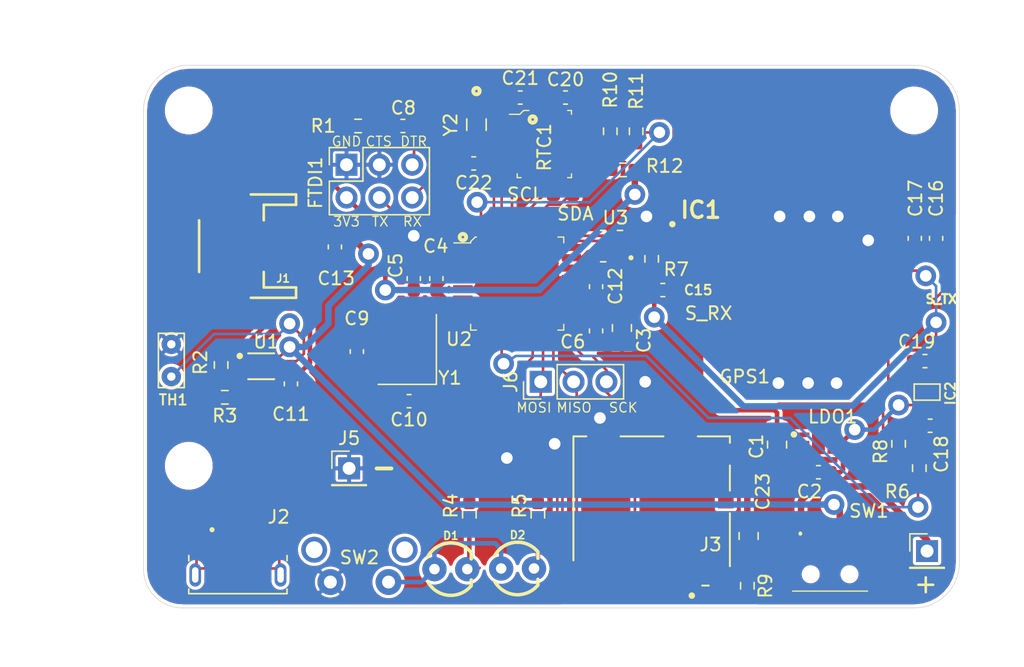
<source format=kicad_pcb>
(kicad_pcb (version 20171130) (host pcbnew "(5.1.9)-1")
  (title_block (title "Track your Cat PCB") (date 2020-12-23) (rev 1))
  (layers (0 F.Cu signal) (31 B.Cu signal hide) (34 B.Paste user hide) (35 F.Paste user hide) (36 B.SilkS user) (37 F.SilkS user) (38 B.Mask user) (39 F.Mask user) (44 Edge.Cuts user))
  (net 0 "")
  (net 1 +3V3)
  (net 2 Bat-)
  (net 3 DTR)
  (net 4 µRESET)
  (net 5 XTAL1)
  (net 6 XTAL2)
  (net 7 "Net-(C11-Pad1)")
  (net 8 "Net-(C12-Pad1)")
  (net 9 Bat+)
  (net 10 +1V8)
  (net 11 "Net-(C21-Pad2)")
  (net 12 "Net-(C22-Pad1)")
  (net 13 RX)
  (net 14 TX)
  (net 15 "Net-(GPS1-Pad1)")
  (net 16 "Net-(GPS1-Pad9)")
  (net 17 "Net-(GPS1-Pad7)")
  (net 18 "Net-(IC2-Pad4)")
  (net 19 "Net-(J2-Pad4)")
  (net 20 "Net-(J2-Pad2)")
  (net 21 "Net-(J3-Pad2)")
  (net 22 "Net-(J3-Pad1)")
  (net 23 "Net-(J3-PadT8)")
  (net 24 MISO)
  (net 25 SCK)
  (net 26 MOSI)
  (net 27 CS)
  (net 28 "Net-(J3-PadT1)")
  (net 29 "Net-(LDO1-Pad5)")
  (net 30 "Net-(LDO1-Pad2)")
  (net 31 "Net-(R2-Pad1)")
  (net 32 "Net-(R3-Pad1)")
  (net 33 "Net-(D1-Pad1)")
  (net 34 GPS_ON)
  (net 35 INT)
  (net 36 SCL)
  (net 37 SDA)
  (net 38 "Net-(RTC1-Pad3)")
  (net 39 "Net-(SW1-Pad3)")
  (net 40 TSense)
  (net 41 "Net-(U1-Pad8)")
  (net 42 "Net-(U1-Pad6)")
  (net 43 "Net-(U1-Pad5)")
  (net 44 S_RX)
  (net 45 S_TX)
  (net 46 D8)
  (net 47 D9)
  (net 48 A6)
  (net 49 A7)
  (net 50 "Net-(J2-PadS1)")
  (net 51 "Net-(D1-Pad2)")
  (net 52 "Net-(D2-Pad2)")
  (net 53 Power_in)
  (net 54 "Net-(GPS1-Pad8)")
  (net 55 "Net-(GPS1-Pad2)")
  (net 56 "Net-(GPS1-Pad6)")
  (net 57 yellow)
  (net 58 red)
  (net 59 D4)
  (net 60 D3)
  (net 61 A3)
  (net 62 "Net-(IC1-Pad4)")
  (net 63 "Net-(IC1-Pad3)")
  (net 64 "Net-(IC1-Pad2)")
  (net 65 "Net-(IC1-Pad1)")
  (net 66 TX_pad)
  (net 67 RX_pad)
  (net 68 "Net-(U3-Pad9)")
  (net 69 "Net-(U3-Pad3)")
  (net 70 GPS_AWAKE)
  (module _Custom:ICSP1 (layer F.Cu) (at 60.4 80)
    (fp_text reference FTDI1 (at -6.5 1.4 90) (layer F.SilkS))
    (fp_text value ICSP-Interface-1x6)
    (pad 4 thru_hole oval (at 0.98 2.54 90) (size 1.7 1.7) (drill 1) (layers *.Cu *.Mask) (net 13 RX))
    (pad 6 thru_hole oval (at 0.98 0 90) (size 1.7 1.7) (drill 1) (layers *.Cu *.Mask) (net 3 DTR))
    (pad 5 thru_hole oval (at -1.56 2.54 90) (size 1.7 1.7) (drill 1) (layers *.Cu *.Mask) (net 14 TX))
    (pad 2 thru_hole oval (at -1.56 0 90) (size 1.7 1.7) (drill 1) (layers *.Cu *.Mask) (net 2 Bat-))
    (pad 3 thru_hole oval (at -4.1 2.54 90) (size 1.7 1.7) (drill 1) (layers *.Cu *.Mask) (net 1 +3V3))
    (pad 1 thru_hole rect (at -4.1 0 90) (size 1.7 1.7) (drill 1) (layers *.Cu *.Mask) (net 2 Bat-))
  )
  (module _Custom:Micro-SD-Card-Molex_104031-0811 (layer F.Cu) (at 79.9 106.8)
    (fp_text reference J3 (at 3.6 2.6) (layer F.SilkS) (effects (justify left)))
    (fp_text value Micro-SD_Molex_104031-0811)
    (pad 2 smd rect (at 5.739999 -0.7) (size 1.2 1) (layers F.Cu F.Paste F.Mask) (net 21 "Net-(J3-Pad2)"))
    (pad 1 smd rect (at 5.739999 -4.399999) (size 1.2 1) (layers F.Cu F.Paste F.Mask) (net 22 "Net-(J3-Pad1)"))
    (pad G4 smd rect (at 2.24 -5.375) (size 1.9 1.35) (layers F.Cu F.Paste F.Mask) (net 2 Bat-))
    (pad G3 smd rect (at -3.73 -5.375) (size 1.9 1.35) (layers F.Cu F.Paste F.Mask) (net 2 Bat-))
    (pad G2 smd rect (at -5.755 5.1) (size 1.17 1.8) (layers F.Cu F.Paste F.Mask) (net 2 Bat-))
    (pad G1 smd rect (at 5.565 5.325) (size 1.55 1.35) (layers F.Cu F.Paste F.Mask) (net 2 Bat-))
    (pad T8 smd rect (at -4.545001 5.45) (size 0.75 1.1) (layers F.Cu F.Paste F.Mask) (net 23 "Net-(J3-PadT8)"))
    (pad T7 smd rect (at -3.495 5.45) (size 0.85 1.1) (layers F.Cu F.Paste F.Mask) (net 24 MISO))
    (pad T6 smd rect (at -2.395 5.45) (size 0.85 1.1) (layers F.Cu F.Paste F.Mask) (net 2 Bat-))
    (pad T5 smd rect (at -1.295 5.45) (size 0.85 1.1) (layers F.Cu F.Paste F.Mask) (net 25 SCK))
    (pad T4 smd rect (at -0.195 5.45) (size 0.85 1.1) (layers F.Cu F.Paste F.Mask) (net 1 +3V3))
    (pad T3 smd rect (at 0.905 5.45) (size 0.85 1.1) (layers F.Cu F.Paste F.Mask) (net 26 MOSI))
    (pad T2 smd rect (at 2.005 5.45) (size 0.85 1.1) (layers F.Cu F.Paste F.Mask) (net 27 CS))
    (pad T1 smd rect (at 3.105 5.45) (size 0.85 1.1) (layers F.Cu F.Paste F.Mask) (net 28 "Net-(J3-PadT1)"))
  )
  (module Connector_PinHeader_2.54mm:PinHeader_1x01_P2.54mm_Vertical (layer F.Cu) (at 56.5 103.5)
    (fp_text reference J5 (at 0 -2.33) (layer F.SilkS))
    (fp_text value pin)
    (pad 1 thru_hole rect (at 0 0) (size 1.7 1.7) (drill 1) (layers *.Cu *.Mask) (net 2 Bat-))
  )
  (module Connector_PinHeader_2.54mm:PinHeader_1x01_P2.54mm_Vertical (layer F.Cu) (at 101.2 109.9)
    (fp_text reference J4)
    (fp_text value pin)
    (pad 1 thru_hole rect (at 0 0) (size 1.7 1.7) (drill 1) (layers *.Cu *.Mask) (net 53 Power_in))
  )
  (module _Custom:VEMI45AA-HNH-GS08 (layer F.Cu) (at 82.8 85.7)
    (fp_text reference IC1 (at 0.9 -2.2) (layer F.SilkS) (effects (font (size 1.27 1.27) (thickness 0.254))))
    (fp_text value VEMI45AA-HNH-GS08 hide)
    (pad 9 smd rect (at 0 0) (size 0.45 1.05) (layers F.Cu F.Paste F.Mask) (net 2 Bat-))
    (pad 5 smd rect (at 0.75 -0.6 90) (size 0.2 0.65) (layers F.Cu F.Paste F.Mask) (net 66 TX_pad))
    (pad 6 smd rect (at 0.75 -0.2 90) (size 0.2 0.65) (layers F.Cu F.Paste F.Mask) (net 56 "Net-(GPS1-Pad6)"))
    (pad 7 smd rect (at 0.75 0.2 90) (size 0.2 0.65) (layers F.Cu F.Paste F.Mask) (net 16 "Net-(GPS1-Pad9)"))
    (pad 8 smd rect (at 0.75 0.6 90) (size 0.2 0.65) (layers F.Cu F.Paste F.Mask) (net 67 RX_pad))
    (pad 1 smd rect (at -0.75 0.6 90) (size 0.2 0.65) (layers F.Cu F.Paste F.Mask) (net 65 "Net-(IC1-Pad1)"))
    (pad 2 smd rect (at -0.75 0.2 90) (size 0.2 0.65) (layers F.Cu F.Paste F.Mask) (net 64 "Net-(IC1-Pad2)"))
    (pad 3 smd rect (at -0.75 -0.2 90) (size 0.2 0.65) (layers F.Cu F.Paste F.Mask) (net 63 "Net-(IC1-Pad3)"))
    (pad 4 smd rect (at -0.75 -0.6 90) (size 0.2 0.65) (layers F.Cu F.Paste F.Mask) (net 62 "Net-(IC1-Pad4)"))
  )
  (module LED:LED_3MM (layer F.Cu) (at 69.53 111.25)
    (fp_text reference D2 (at 0 -2.58826) (layer F.SilkS) (effects (font (size 0.6096 0.6096) (thickness 0.127))))
    (fp_text value red)
    (pad 2 thru_hole circle (at 1.27 0) (size 1.8796 1.8796) (drill 0.8128) (layers *.Cu *.Mask) (net 52 "Net-(D2-Pad2)"))
    (pad 1 thru_hole circle (at -1.27 0) (size 1.8796 1.8796) (drill 0.8128) (layers *.Cu *.Mask) (net 33 "Net-(D1-Pad1)"))
  )
  (module _Custom:IC_LSF0204RUTR (layer F.Cu) (at 76.8 86.3 180)
    (fp_text reference U3 (at -0.3 2.2) (layer F.SilkS))
    (fp_text value LSF0204RUTR)
    (fp_poly (pts (xy -0.95 -0.9) (xy -0.5 -0.9) (xy -0.5 -1.1) (xy -0.35 -1.1) (xy -0.35 -0.7) (xy -0.95 -0.7)) (layer F.Cu) (width 0.01))
    (pad 6 smd rect (at 0 0.8 180) (size 0.2 0.6) (layers F.Cu) (net 2 Bat-))
    (pad 12 smd rect (at 0 -0.8 180) (size 0.2 0.6) (layers F.Cu) (net 10 +1V8))
    (pad 11 smd rect (at 0.65 -0.8 180) (size 0.6 0.2) (layers F.Cu) (net 1 +3V3))
    (pad 10 smd rect (at 0.65 -0.4 180) (size 0.6 0.2) (layers F.Cu) (net 44 S_RX))
    (pad 7 smd rect (at 0.65 0.8 180) (size 0.6 0.2) (layers F.Cu) (net 45 S_TX))
    (pad 8 smd rect (at 0.65 0.4 180) (size 0.6 0.2) (layers F.Cu) (net 70 GPS_AWAKE))
    (pad 5 smd rect (at -0.65 0.8 180) (size 0.6 0.2) (layers F.Cu) (net 62 "Net-(IC1-Pad4)"))
    (pad 4 smd rect (at -0.65 0.4 180) (size 0.6 0.2) (layers F.Cu) (net 63 "Net-(IC1-Pad3)"))
    (pad 1 smd rect (at -0.65 -0.8 180) (size 0.6 0.2) (layers F.Cu) (net 10 +1V8))
    (pad 2 smd rect (at -0.65 -0.4 180) (size 0.6 0.2) (layers F.Cu) (net 65 "Net-(IC1-Pad1)"))
    (pad 9 smd rect (at 0.65 0 180) (size 0.6 0.2) (layers F.Cu) (net 68 "Net-(U3-Pad9)"))
    (pad 3 smd rect (at -0.65 0 180) (size 0.6 0.2) (layers F.Cu) (net 69 "Net-(U3-Pad3)"))
  )
  (module _Custom:ORG1410 (layer F.Cu) (at 93.2 95.95)
    (fp_text reference GPS1 (at -6.1 0.45 180) (layer F.SilkS))
    (fp_text value ORG1410)
    (pad 1 smd rect (at 3.2258 -2.9718) (size 1.6764 0.8636) (layers F.Cu F.Paste F.Mask) (net 15 "Net-(GPS1-Pad1)"))
    (pad 2 smd rect (at 3.3528 -4.2418) (size 1.4224 0.8636) (layers F.Cu F.Paste F.Mask) (net 55 "Net-(GPS1-Pad2)"))
    (pad 3 smd rect (at 3.3528 -5.5118) (size 1.4224 0.8636) (layers F.Cu F.Paste F.Mask) (net 66 TX_pad))
    (pad 4 smd rect (at 3.3528 -6.7818) (size 1.4224 0.8636) (layers F.Cu F.Paste F.Mask) (net 10 +1V8))
    (pad 5 smd rect (at 3.3528 -8.0518) (size 1.4224 0.8636) (layers F.Cu F.Paste F.Mask) (net 2 Bat-))
    (pad 10 smd rect (at -5.6388 -2.9718) (size 1.4224 0.8636) (layers F.Cu F.Paste F.Mask) (net 67 RX_pad))
    (pad 9 smd rect (at -5.6388 -4.2418) (size 1.4224 0.8636) (layers F.Cu F.Paste F.Mask) (net 16 "Net-(GPS1-Pad9)"))
    (pad 7 smd rect (at -5.6388 -6.7818) (size 1.4224 0.8636) (layers F.Cu F.Paste F.Mask) (net 17 "Net-(GPS1-Pad7)"))
    (pad 6 smd rect (at -5.6388 -8.0518) (size 1.4224 0.8636) (layers F.Cu F.Paste F.Mask) (net 56 "Net-(GPS1-Pad6)"))
    (pad 8 smd rect (at -5.6388 -5.5118) (size 1.4224 0.8636) (layers F.Cu F.Paste F.Mask) (net 54 "Net-(GPS1-Pad8)"))
  )
  (module MountingHole:MountingHole_3.2mm_M3 (layer F.Cu) (at 100.2 75.8)
    (fp_text reference H1)
    (fp_text value MountingHole_3.2mm_M3)
    (pad 1 np_thru_hole circle (at 0 0) (size 3.2 3.2) (drill 3.2) (layers *.Cu *.Mask))
  )
  (module MountingHole:MountingHole_3.2mm_M3 (layer F.Cu) (at 44.1 75.8)
    (fp_text reference H1)
    (fp_text value MountingHole_3.2mm_M3)
    (pad 1 np_thru_hole circle (at 0 0) (size 3.2 3.2) (drill 3.2) (layers *.Cu *.Mask))
  )
  (module MountingHole:MountingHole_3.2mm_M3 (layer F.Cu) (at 44.1 103.3)
    (fp_text reference H1)
    (fp_text value MountingHole_3.2mm_M3)
    (pad 1 np_thru_hole circle (at 0 0) (size 3.2 3.2) (drill 3.2) (layers *.Cu *.Mask))
  )
  (module Resistor_SMD:R_0603_1608Metric_Pad0.98x0.95mm_HandSolder (layer F.Cu) (at 76.7 77.4125 90)
    (fp_text reference R10 (at 3.2125 0 90) (layer F.SilkS))
    (fp_text value 47k)
    (pad 1 smd roundrect (at -0.9125 0 90) (size 0.975 0.95) (layers F.Cu F.Paste F.Mask) (net 35 INT))
    (pad 2 smd roundrect (at 0.9125 0 90) (size 0.975 0.95) (layers F.Cu F.Paste F.Mask) (net 1 +3V3))
  )
  (module _Custom:XTAL_ECS-.327-12.5-34QN-TR (layer F.Cu) (at 66.35 76.9 270)
    (fp_text reference Y2 (at 0 2 90) (layer F.SilkS))
    (fp_text value RTC_Quarz)
    (pad 2 smd rect (at 1.25 0 270) (size 1.1 1.9) (layers F.Cu F.Paste F.Mask) (net 12 "Net-(C22-Pad1)"))
    (pad 1 smd rect (at -1.25 0 270) (size 1.1 1.9) (layers F.Cu F.Paste F.Mask) (net 11 "Net-(C21-Pad2)"))
  )
  (module digikey-footprints:TQFP-32_7x7mm (layer F.Cu) (at 69.5 89.2)
    (fp_text reference U2 (at -4.5 4.3) (layer F.SilkS))
    (fp_text value ATMEGA328P-AUR)
    (pad 32 smd rect (at -2.8 -4.2) (size 0.55 1.5) (layers F.Cu F.Paste F.Mask) (net 35 INT))
    (pad 31 smd rect (at -2 -4.2) (size 0.55 1.5) (layers F.Cu F.Paste F.Mask) (net 14 TX))
    (pad 30 smd rect (at -1.2 -4.2) (size 0.55 1.5) (layers F.Cu F.Paste F.Mask) (net 13 RX))
    (pad 29 smd rect (at -0.4 -4.2) (size 0.55 1.5) (layers F.Cu F.Paste F.Mask) (net 4 µRESET))
    (pad 28 smd rect (at 0.4 -4.2) (size 0.55 1.5) (layers F.Cu F.Paste F.Mask) (net 36 SCL))
    (pad 27 smd rect (at 1.2 -4.2) (size 0.55 1.5) (layers F.Cu F.Paste F.Mask) (net 37 SDA))
    (pad 26 smd rect (at 2 -4.2) (size 0.55 1.5) (layers F.Cu F.Paste F.Mask) (net 61 A3))
    (pad 25 smd rect (at 2.8 -4.2) (size 0.55 1.5) (layers F.Cu F.Paste F.Mask) (net 45 S_TX))
    (pad 24 smd rect (at 4.2 -2.8) (size 1.5 0.55) (layers F.Cu F.Paste F.Mask) (net 70 GPS_AWAKE))
    (pad 23 smd rect (at 4.2 -2) (size 1.5 0.55) (layers F.Cu F.Paste F.Mask) (net 44 S_RX))
    (pad 22 smd rect (at 4.2 -1.2) (size 1.5 0.55) (layers F.Cu F.Paste F.Mask) (net 49 A7))
    (pad 21 smd rect (at 4.2 -0.4) (size 1.5 0.55) (layers F.Cu F.Paste F.Mask) (net 2 Bat-))
    (pad 20 smd rect (at 4.2 0.4) (size 1.5 0.55) (layers F.Cu F.Paste F.Mask) (net 8 "Net-(C12-Pad1)"))
    (pad 19 smd rect (at 4.2 1.2) (size 1.5 0.55) (layers F.Cu F.Paste F.Mask) (net 48 A6))
    (pad 18 smd rect (at 4.2 2) (size 1.5 0.55) (layers F.Cu F.Paste F.Mask) (net 1 +3V3))
    (pad 17 smd rect (at 4.2 2.8) (size 1.5 0.55) (layers F.Cu F.Paste F.Mask) (net 25 SCK))
    (pad 16 smd rect (at 2.8 4.2) (size 0.55 1.5) (layers F.Cu F.Paste F.Mask) (net 24 MISO))
    (pad 15 smd rect (at 2 4.2) (size 0.55 1.5) (layers F.Cu F.Paste F.Mask) (net 26 MOSI))
    (pad 14 smd rect (at 1.2 4.2) (size 0.55 1.5) (layers F.Cu F.Paste F.Mask) (net 27 CS))
    (pad 13 smd rect (at 0.4 4.2) (size 0.55 1.5) (layers F.Cu F.Paste F.Mask) (net 47 D9))
    (pad 12 smd rect (at -0.4 4.2) (size 0.55 1.5) (layers F.Cu F.Paste F.Mask) (net 46 D8))
    (pad 11 smd rect (at -1.2 4.2) (size 0.55 1.5) (layers F.Cu F.Paste F.Mask) (net 34 GPS_ON))
    (pad 10 smd rect (at -2 4.2) (size 0.55 1.5) (layers F.Cu F.Paste F.Mask) (net 58 red))
    (pad 8 smd rect (at -4.2 2.8) (size 1.5 0.55) (layers F.Cu F.Paste F.Mask) (net 6 XTAL2))
    (pad 7 smd rect (at -4.2 2) (size 1.5 0.55) (layers F.Cu F.Paste F.Mask) (net 5 XTAL1))
    (pad 6 smd rect (at -4.2 1.2) (size 1.5 0.55) (layers F.Cu F.Paste F.Mask) (net 1 +3V3))
    (pad 5 smd rect (at -4.2 0.4) (size 1.5 0.55) (layers F.Cu F.Paste F.Mask) (net 2 Bat-))
    (pad 4 smd rect (at -4.2 -0.4) (size 1.5 0.55) (layers F.Cu F.Paste F.Mask) (net 1 +3V3))
    (pad 3 smd rect (at -4.2 -1.2) (size 1.5 0.55) (layers F.Cu F.Paste F.Mask) (net 2 Bat-))
    (pad 2 smd rect (at -4.2 -2) (size 1.5 0.55) (layers F.Cu F.Paste F.Mask) (net 59 D4))
    (pad 1 smd rect (at -4.2 -2.8) (size 1.5 0.55) (layers F.Cu F.Paste F.Mask) (net 60 D3))
    (pad 9 smd rect (at -2.8 4.2) (size 0.55 1.5) (layers F.Cu F.Paste F.Mask) (net 57 yellow))
  )
  (module LED:LED_3MM (layer F.Cu) (at 64.37 111.3)
    (fp_text reference D1 (at 0 -2.58826) (layer F.SilkS) (effects (font (size 0.6096 0.6096) (thickness 0.127))))
    (fp_text value yellow)
    (pad 1 thru_hole circle (at -1.27 0) (size 1.8796 1.8796) (drill 0.8128) (layers *.Cu *.Mask) (net 33 "Net-(D1-Pad1)"))
    (pad 2 thru_hole circle (at 1.27 0) (size 1.8796 1.8796) (drill 0.8128) (layers *.Cu *.Mask) (net 51 "Net-(D1-Pad2)"))
  )
  (module Resistor_SMD:R_0603_1608Metric_Pad0.98x0.95mm_HandSolder (layer F.Cu) (at 99 101.6 90)
    (fp_text reference R8 (at -0.6 -1.4 270) (layer F.SilkS))
    (fp_text value 10k)
    (pad 1 smd roundrect (at -0.9125 0 90) (size 0.975 0.95) (layers F.Cu F.Paste F.Mask) (net 15 "Net-(GPS1-Pad1)"))
    (pad 2 smd roundrect (at 0.9125 0 90) (size 0.975 0.95) (layers F.Cu F.Paste F.Mask) (net 2 Bat-))
  )
  (module Capacitor_SMD:C_0805_2012Metric_Pad1.18x1.45mm_HandSolder (layer F.Cu) (at 89.6 101.6625 270)
    (fp_text reference C1 (at 0.1375 1.6 90) (layer F.SilkS))
    (fp_text value 10u)
    (pad 1 smd roundrect (at -1.0375 0 270) (size 1.175 1.45) (layers F.Cu F.Paste F.Mask) (roundrect_rratio 0.2127659574468085) (net 1 +3V3))
    (pad 2 smd roundrect (at 1.0375 0 270) (size 1.175 1.45) (layers F.Cu F.Paste F.Mask) (roundrect_rratio 0.2127659574468085) (net 2 Bat-))
  )
  (module Capacitor_SMD:C_0603_1608Metric_Pad1.08x0.95mm_HandSolder (layer F.Cu) (at 92.8 103.8 180)
    (fp_text reference C2 (at 0.7 -1.5) (layer F.SilkS))
    (fp_text value 1u)
    (pad 1 smd roundrect (at -0.8625 0 180) (size 1.075 0.95) (layers F.Cu F.Paste F.Mask) (net 53 Power_in))
    (pad 2 smd roundrect (at 0.8625 0 180) (size 1.075 0.95) (layers F.Cu F.Paste F.Mask) (net 2 Bat-))
  )
  (module Capacitor_SMD:C_0805_2012Metric_Pad1.18x1.45mm_HandSolder (layer F.Cu) (at 77.6 92.6375 270)
    (fp_text reference C3 (at 0.9625 -1.7 90) (layer F.SilkS))
    (fp_text value 10u)
    (pad 1 smd roundrect (at -1.0375 0 270) (size 1.175 1.45) (layers F.Cu F.Paste F.Mask) (roundrect_rratio 0.2127659574468085) (net 1 +3V3))
    (pad 2 smd roundrect (at 1.0375 0 270) (size 1.175 1.45) (layers F.Cu F.Paste F.Mask) (roundrect_rratio 0.2127659574468085) (net 2 Bat-))
  )
  (module Capacitor_SMD:C_0603_1608Metric_Pad1.08x0.95mm_HandSolder (layer F.Cu) (at 63.25 88.8125 90)
    (fp_text reference C4 (at 2.5125 -0.05 180) (layer F.SilkS))
    (fp_text value 100n)
    (pad 2 smd roundrect (at 0.8625 0 90) (size 1.075 0.95) (layers F.Cu F.Paste F.Mask) (net 2 Bat-))
    (pad 1 smd roundrect (at -0.8625 0 90) (size 1.075 0.95) (layers F.Cu F.Paste F.Mask) (net 1 +3V3))
  )
  (module Capacitor_SMD:C_0603_1608Metric_Pad1.08x0.95mm_HandSolder (layer F.Cu) (at 61.5 88.8125 90)
    (fp_text reference C5 (at 1.0125 -1.4 270) (layer F.SilkS))
    (fp_text value 100n)
    (pad 1 smd roundrect (at -0.8625 0 90) (size 1.075 0.95) (layers F.Cu F.Paste F.Mask) (net 1 +3V3))
    (pad 2 smd roundrect (at 0.8625 0 90) (size 1.075 0.95) (layers F.Cu F.Paste F.Mask) (net 2 Bat-))
  )
  (module Capacitor_SMD:C_0603_1608Metric_Pad1.08x0.95mm_HandSolder (layer F.Cu) (at 75.6 92.8625 270)
    (fp_text reference C6 (at 0.8375 1.8) (layer F.SilkS))
    (fp_text value 100n)
    (pad 2 smd roundrect (at 0.8625 0 270) (size 1.075 0.95) (layers F.Cu F.Paste F.Mask) (net 2 Bat-))
    (pad 1 smd roundrect (at -0.8625 0 270) (size 1.075 0.95) (layers F.Cu F.Paste F.Mask) (net 1 +3V3))
  )
  (module Capacitor_SMD:C_0603_1608Metric_Pad1.08x0.95mm_HandSolder (layer F.Cu) (at 60.6625 77)
    (fp_text reference C8 (at 0.0375 -1.4) (layer F.SilkS))
    (fp_text value 100n)
    (pad 2 smd roundrect (at 0.8625 0) (size 1.075 0.95) (layers F.Cu F.Paste F.Mask) (net 3 DTR))
    (pad 1 smd roundrect (at -0.8625 0) (size 1.075 0.95) (layers F.Cu F.Paste F.Mask) (net 4 µRESET))
  )
  (module Capacitor_SMD:C_0603_1608Metric_Pad1.08x0.95mm_HandSolder (layer F.Cu) (at 57.1 94.4625 90)
    (fp_text reference C9 (at 2.5625 0 180) (layer F.SilkS))
    (fp_text value 32p)
    (pad 2 smd roundrect (at 0.8625 0 90) (size 1.075 0.95) (layers F.Cu F.Paste F.Mask) (net 5 XTAL1))
    (pad 1 smd roundrect (at -0.8625 0 90) (size 1.075 0.95) (layers F.Cu F.Paste F.Mask) (net 2 Bat-))
  )
  (module Capacitor_SMD:C_0603_1608Metric_Pad1.08x0.95mm_HandSolder (layer F.Cu) (at 61.1375 98.3 180)
    (fp_text reference C10 (at 0 -1.43) (layer F.SilkS))
    (fp_text value 32p)
    (pad 1 smd roundrect (at -0.8625 0 180) (size 1.075 0.95) (layers F.Cu F.Paste F.Mask) (net 6 XTAL2))
    (pad 2 smd roundrect (at 0.8625 0 180) (size 1.075 0.95) (layers F.Cu F.Paste F.Mask) (net 2 Bat-))
  )
  (module Capacitor_SMD:C_0603_1608Metric_Pad1.08x0.95mm_HandSolder (layer F.Cu) (at 52 96.9625 270)
    (fp_text reference C11 (at 2.3375 0 180) (layer F.SilkS))
    (fp_text value 1u)
    (pad 1 smd roundrect (at -0.8625 0 270) (size 1.075 0.95) (layers F.Cu F.Paste F.Mask) (net 7 "Net-(C11-Pad1)"))
    (pad 2 smd roundrect (at 0.8625 0 270) (size 1.075 0.95) (layers F.Cu F.Paste F.Mask) (net 2 Bat-))
  )
  (module Capacitor_SMD:C_0603_1608Metric_Pad1.08x0.95mm_HandSolder (layer F.Cu) (at 75.6 89.4375 90)
    (fp_text reference C12 (at 0.0375 1.5 90) (layer F.SilkS))
    (fp_text value 1u)
    (pad 1 smd roundrect (at -0.8625 0 90) (size 1.075 0.95) (layers F.Cu F.Paste F.Mask) (net 8 "Net-(C12-Pad1)"))
    (pad 2 smd roundrect (at 0.8625 0 90) (size 1.075 0.95) (layers F.Cu F.Paste F.Mask) (net 2 Bat-))
  )
  (module Capacitor_SMD:C_0603_1608Metric_Pad1.08x0.95mm_HandSolder (layer F.Cu) (at 55.4 86.3625 270)
    (fp_text reference C13 (at 2.4375 -0.1 180) (layer F.SilkS))
    (fp_text value 1u)
    (pad 2 smd roundrect (at 0.8625 0 270) (size 1.075 0.95) (layers F.Cu F.Paste F.Mask) (net 2 Bat-))
    (pad 1 smd roundrect (at -0.8625 0 270) (size 1.075 0.95) (layers F.Cu F.Paste F.Mask) (net 9 Bat+))
  )
  (module Capacitor_SMD:C_0603_1608Metric_Pad1.08x0.95mm_HandSolder (layer F.Cu) (at 80.7625 89.7 180)
    (fp_text reference C15 (at -2.7375 0) (layer F.SilkS) (effects (font (size 0.75 0.75))))
    (fp_text value 100n)
    (pad 2 smd roundrect (at 0.8625 0 180) (size 1.075 0.95) (layers F.Cu F.Paste F.Mask) (net 10 +1V8))
    (pad 1 smd roundrect (at -0.8625 0 180) (size 1.075 0.95) (layers F.Cu F.Paste F.Mask) (net 2 Bat-))
  )
  (module Capacitor_SMD:C_0603_1608Metric_Pad1.08x0.95mm_HandSolder (layer F.Cu) (at 101.9 85.7 90)
    (fp_text reference C16 (at 3.1 0 90) (layer F.SilkS))
    (fp_text value 1u)
    (pad 2 smd roundrect (at 0.8625 0 90) (size 1.075 0.95) (layers F.Cu F.Paste F.Mask) (net 2 Bat-))
    (pad 1 smd roundrect (at -0.8625 0 90) (size 1.075 0.95) (layers F.Cu F.Paste F.Mask) (net 10 +1V8))
  )
  (module Capacitor_SMD:C_0603_1608Metric_Pad1.08x0.95mm_HandSolder (layer F.Cu) (at 100.25 85.7 90)
    (fp_text reference C17 (at 3.1 0.05 270) (layer F.SilkS))
    (fp_text value 100n)
    (pad 2 smd roundrect (at 0.8625 0 90) (size 1.075 0.95) (layers F.Cu F.Paste F.Mask) (net 2 Bat-))
    (pad 1 smd roundrect (at -0.8625 0 90) (size 1.075 0.95) (layers F.Cu F.Paste F.Mask) (net 10 +1V8))
  )
  (module Capacitor_SMD:C_0603_1608Metric_Pad1.08x0.95mm_HandSolder (layer F.Cu) (at 101.4375 100.2 180)
    (fp_text reference C18 (at -0.8625 -2.2 90) (layer F.SilkS))
    (fp_text value 1u)
    (pad 1 smd roundrect (at -0.8625 0 180) (size 1.075 0.95) (layers F.Cu F.Paste F.Mask) (net 53 Power_in))
    (pad 2 smd roundrect (at 0.8625 0 180) (size 1.075 0.95) (layers F.Cu F.Paste F.Mask) (net 2 Bat-))
  )
  (module Capacitor_SMD:C_0603_1608Metric_Pad1.08x0.95mm_HandSolder (layer F.Cu) (at 73.2375 74.8)
    (fp_text reference C20 (at 0 -1.4) (layer F.SilkS))
    (fp_text value 1u)
    (pad 1 smd roundrect (at -0.8625 0) (size 1.075 0.95) (layers F.Cu F.Paste F.Mask) (net 2 Bat-))
    (pad 2 smd roundrect (at 0.8625 0) (size 1.075 0.95) (layers F.Cu F.Paste F.Mask) (net 1 +3V3))
  )
  (module Capacitor_SMD:C_0603_1608Metric_Pad1.08x0.95mm_HandSolder (layer F.Cu) (at 69.7375 74.8 180)
    (fp_text reference C21 (at 0 1.5 180) (layer F.SilkS))
    (fp_text value 12p)
    (pad 2 smd roundrect (at 0.8625 0 180) (size 1.075 0.95) (layers F.Cu F.Paste F.Mask) (net 11 "Net-(C21-Pad2)"))
    (pad 1 smd roundrect (at -0.8625 0 180) (size 1.075 0.95) (layers F.Cu F.Paste F.Mask) (net 2 Bat-))
  )
  (module Capacitor_SMD:C_0603_1608Metric_Pad1.08x0.95mm_HandSolder (layer F.Cu) (at 66.1375 79.9)
    (fp_text reference C22 (at 0 1.5) (layer F.SilkS))
    (fp_text value 12p)
    (pad 1 smd roundrect (at -0.8625 0) (size 1.075 0.95) (layers F.Cu F.Paste F.Mask) (net 12 "Net-(C22-Pad1)"))
    (pad 2 smd roundrect (at 0.8625 0) (size 1.075 0.95) (layers F.Cu F.Paste F.Mask) (net 2 Bat-))
  )
  (module Capacitor_SMD:C_0805_2012Metric_Pad1.18x1.45mm_HandSolder (layer F.Cu) (at 87.4 108.7375 270)
    (fp_text reference C23 (at -3.4375 -1.1 90) (layer F.SilkS))
    (fp_text value 10u)
    (pad 2 smd roundrect (at 1.0375 0 270) (size 1.175 1.45) (layers F.Cu F.Paste F.Mask) (roundrect_rratio 0.2127659574468085) (net 2 Bat-))
    (pad 1 smd roundrect (at -1.0375 0 270) (size 1.175 1.45) (layers F.Cu F.Paste F.Mask) (roundrect_rratio 0.2127659574468085) (net 1 +3V3))
  )
  (module Silicon-Standard:SC70 (layer F.Cu) (at 101.2 97.6)
    (fp_text reference IC2 (at 1.8 0.1 270) (layer F.SilkS) (effects (font (size 0.75 0.75))))
    (fp_text value TPS71718DCKR)
    (pad 1 smd rect (at -0.6477 0.82296) (size 0.39878 0.7493) (layers F.Cu F.Paste F.Mask) (net 53 Power_in))
    (pad 2 smd rect (at 0 0.82296) (size 0.39878 0.7493) (layers F.Cu F.Paste F.Mask) (net 2 Bat-))
    (pad 3 smd rect (at 0.6477 0.82296) (size 0.39878 0.7493) (layers F.Cu F.Paste F.Mask) (net 53 Power_in))
    (pad 4 smd rect (at 0.6477 -0.82296) (size 0.39878 0.7493) (layers F.Cu F.Paste F.Mask) (net 18 "Net-(IC2-Pad4)"))
    (pad 5 smd rect (at -0.6477 -0.82296) (size 0.39878 0.7493) (layers F.Cu F.Paste F.Mask) (net 10 +1V8))
  )
  (module Connectors:JST-2-SMD (layer F.Cu) (at 47.9 86.3 90)
    (fp_text reference J1 (at -2.5 3.5) (layer F.SilkS) (effects (font (size 0.6096 0.6096) (thickness 0.127))))
    (fp_text value JST_2MM_MALE)
    (pad 1 smd rect (at -0.99822 3.69824 90) (size 0.99822 4.59994) (layers F.Cu F.Paste F.Mask) (net 2 Bat-))
    (pad 2 smd rect (at 0.99822 3.69824 90) (size 0.99822 4.59994) (layers F.Cu F.Paste F.Mask) (net 9 Bat+))
    (pad NC1 smd rect (at -3.39852 -1.4986 180) (size 3.39852 1.59766) (layers F.Cu F.Paste F.Mask) (net 2 Bat-))
    (pad NC2 smd rect (at 3.39852 -1.4986 180) (size 3.39852 1.59766) (layers F.Cu F.Paste F.Mask) (net 2 Bat-))
  )
  (module _Custom:TPS74533PQWDRVRQ1 (layer F.Cu) (at 92.8 101.55)
    (fp_text reference LDO1 (at 1.1 -2.05) (layer F.SilkS))
    (fp_text value TPS74533PQWDRVRQ1 hide)
    (pad 7 smd rect (at 0 0) (size 1 1.7) (layers F.Cu F.Paste F.Mask) (net 2 Bat-))
    (pad 6 smd rect (at 1.05 -0.65 90) (size 0.35 0.7) (layers F.Cu F.Paste F.Mask) (net 53 Power_in))
    (pad 5 smd rect (at 1.05 0 90) (size 0.35 0.7) (layers F.Cu F.Paste F.Mask) (net 29 "Net-(LDO1-Pad5)"))
    (pad 4 smd rect (at 1.05 0.65 90) (size 0.35 0.7) (layers F.Cu F.Paste F.Mask) (net 53 Power_in))
    (pad 3 smd rect (at -1.05 0.65 90) (size 0.35 0.7) (layers F.Cu F.Paste F.Mask) (net 2 Bat-))
    (pad 2 smd rect (at -1.05 0 90) (size 0.35 0.7) (layers F.Cu F.Paste F.Mask) (net 30 "Net-(LDO1-Pad2)"))
    (pad 1 smd rect (at -1.05 -0.65 90) (size 0.35 0.7) (layers F.Cu F.Paste F.Mask) (net 1 +3V3))
  )
  (module Resistor_SMD:R_0603_1608Metric_Pad0.98x0.95mm_HandSolder (layer F.Cu) (at 57.2 77)
    (fp_text reference R1 (at -2.7 0) (layer F.SilkS))
    (fp_text value 10k)
    (pad 2 smd roundrect (at 0.9125 0) (size 0.975 0.95) (layers F.Cu F.Paste F.Mask) (net 4 µRESET))
    (pad 1 smd roundrect (at -0.9125 0) (size 0.975 0.95) (layers F.Cu F.Paste F.Mask) (net 1 +3V3))
  )
  (module Resistor_SMD:R_0603_1608Metric_Pad0.98x0.95mm_HandSolder (layer F.Cu) (at 46.6 95.5 270)
    (fp_text reference R2 (at -0.2 1.6 90) (layer F.SilkS))
    (fp_text value 1k)
    (pad 2 smd roundrect (at 0.9125 0 270) (size 0.975 0.95) (layers F.Cu F.Paste F.Mask) (net 2 Bat-))
    (pad 1 smd roundrect (at -0.9125 0 270) (size 0.975 0.95) (layers F.Cu F.Paste F.Mask) (net 31 "Net-(R2-Pad1)"))
  )
  (module Resistor_SMD:R_0603_1608Metric_Pad0.98x0.95mm_HandSolder (layer F.Cu) (at 46.8875 98 180)
    (fp_text reference R3 (at 0 -1.43) (layer F.SilkS))
    (fp_text value 1k)
    (pad 1 smd roundrect (at -0.9125 0 180) (size 0.975 0.95) (layers F.Cu F.Paste F.Mask) (net 32 "Net-(R3-Pad1)"))
    (pad 2 smd roundrect (at 0.9125 0 180) (size 0.975 0.95) (layers F.Cu F.Paste F.Mask) (net 2 Bat-))
  )
  (module Resistor_SMD:R_0603_1608Metric_Pad0.98x0.95mm_HandSolder (layer F.Cu) (at 65.8 107.0875 90)
    (fp_text reference R4 (at 0.6875 -1.43 90) (layer F.SilkS))
    (fp_text value 1k)
    (pad 1 smd roundrect (at -0.9125 0 90) (size 0.975 0.95) (layers F.Cu F.Paste F.Mask) (net 51 "Net-(D1-Pad2)"))
    (pad 2 smd roundrect (at 0.9125 0 90) (size 0.975 0.95) (layers F.Cu F.Paste F.Mask) (net 57 yellow))
  )
  (module Resistor_SMD:R_0603_1608Metric_Pad0.98x0.95mm_HandSolder (layer F.Cu) (at 71.1 107.0875 90)
    (fp_text reference R5 (at 0.6875 -1.43 90) (layer F.SilkS))
    (fp_text value 1k)
    (pad 2 smd roundrect (at 0.9125 0 90) (size 0.975 0.95) (layers F.Cu F.Paste F.Mask) (net 58 red))
    (pad 1 smd roundrect (at -0.9125 0 90) (size 0.975 0.95) (layers F.Cu F.Paste F.Mask) (net 52 "Net-(D2-Pad2)"))
  )
  (module Resistor_SMD:R_0603_1608Metric_Pad0.98x0.95mm_HandSolder (layer F.Cu) (at 100.6 103.4875 270)
    (fp_text reference R6 (at 1.8125 1.7) (layer F.SilkS))
    (fp_text value 220R)
    (pad 2 smd roundrect (at 0.9125 0 270) (size 0.975 0.95) (layers F.Cu F.Paste F.Mask) (net 34 GPS_ON))
    (pad 1 smd roundrect (at -0.9125 0 270) (size 0.975 0.95) (layers F.Cu F.Paste F.Mask) (net 15 "Net-(GPS1-Pad1)"))
  )
  (module Resistor_SMD:R_0603_1608Metric_Pad0.98x0.95mm_HandSolder (layer F.Cu) (at 79.9 87.2875 90)
    (fp_text reference R7 (at -0.8125 1.9 180) (layer F.SilkS))
    (fp_text value 10k)
    (pad 1 smd roundrect (at -0.9125 0 90) (size 0.975 0.95) (layers F.Cu F.Paste F.Mask) (net 10 +1V8))
    (pad 2 smd roundrect (at 0.9125 0 90) (size 0.975 0.95) (layers F.Cu F.Paste F.Mask) (net 64 "Net-(IC1-Pad2)"))
  )
  (module Resistor_SMD:R_0603_1608Metric_Pad0.98x0.95mm_HandSolder (layer F.Cu) (at 87.3 112.5875 90)
    (fp_text reference R9 (at -0.0125 1.4 270) (layer F.SilkS))
    (fp_text value 47k)
    (pad 1 smd roundrect (at -0.9125 0 90) (size 0.975 0.95) (layers F.Cu F.Paste F.Mask) (net 27 CS))
    (pad 2 smd roundrect (at 0.9125 0 90) (size 0.975 0.95) (layers F.Cu F.Paste F.Mask) (net 1 +3V3))
  )
  (module Resistor_SMD:R_0603_1608Metric_Pad0.98x0.95mm_HandSolder (layer F.Cu) (at 78.7 77.4125 90)
    (fp_text reference R11 (at 3.1125 0 90) (layer F.SilkS))
    (fp_text value 10k)
    (pad 1 smd roundrect (at -0.9125 0 90) (size 0.975 0.95) (layers F.Cu F.Paste F.Mask) (net 36 SCL))
    (pad 2 smd roundrect (at 0.9125 0 90) (size 0.975 0.95) (layers F.Cu F.Paste F.Mask) (net 1 +3V3))
  )
  (module Resistor_SMD:R_0603_1608Metric_Pad0.98x0.95mm_HandSolder (layer F.Cu) (at 77.6875 80.4)
    (fp_text reference R12 (at 3.2125 -0.3) (layer F.SilkS))
    (fp_text value 10k)
    (pad 2 smd roundrect (at 0.9125 0) (size 0.975 0.95) (layers F.Cu F.Paste F.Mask) (net 1 +3V3))
    (pad 1 smd roundrect (at -0.9125 0) (size 0.975 0.95) (layers F.Cu F.Paste F.Mask) (net 37 SDA))
  )
  (module digikey-footprints:SOIC-8_W3.9mm (layer F.Cu) (at 71.6 78.4 270)
    (fp_text reference RTC1 (at 0.25 0 90) (layer F.SilkS))
    (fp_text value MCP7940M)
    (pad 1 smd rect (at -1.905 2.45 270) (size 0.6 2) (layers F.Cu F.Paste F.Mask) (net 11 "Net-(C21-Pad2)"))
    (pad 2 smd rect (at -0.635 2.45 270) (size 0.6 2) (layers F.Cu F.Paste F.Mask) (net 12 "Net-(C22-Pad1)"))
    (pad 4 smd rect (at 1.905 2.45 270) (size 0.6 2) (layers F.Cu F.Paste F.Mask) (net 2 Bat-))
    (pad 5 smd rect (at 1.905 -2.45 270) (size 0.6 2) (layers F.Cu F.Paste F.Mask) (net 37 SDA))
    (pad 6 smd rect (at 0.635 -2.45 270) (size 0.6 2) (layers F.Cu F.Paste F.Mask) (net 36 SCL))
    (pad 7 smd rect (at -0.635 -2.45 270) (size 0.6 2) (layers F.Cu F.Paste F.Mask) (net 35 INT))
    (pad 8 smd rect (at -1.905 -2.45 270) (size 0.6 2) (layers F.Cu F.Paste F.Mask) (net 1 +3V3))
    (pad 3 smd rect (at 0.635 2.45 270) (size 0.6 2) (layers F.Cu F.Paste F.Mask) (net 38 "Net-(RTC1-Pad3)"))
  )
  (module _Custom:PCM12SMTR (layer F.Cu) (at 93.7 111.7)
    (fp_text reference SW1 (at 3 -4.9) (layer F.SilkS))
    (fp_text value PCM12SMTR hide)
    (pad MP4 smd rect (at 3.65 -1.1 90) (size 0.8 1) (layers F.Cu F.Paste F.Mask))
    (pad MP3 smd rect (at 3.65 1.1 90) (size 0.8 1) (layers F.Cu F.Paste F.Mask))
    (pad MP2 smd rect (at -3.65 1.1 90) (size 0.8 1) (layers F.Cu F.Paste F.Mask))
    (pad MP1 smd rect (at -3.65 -1.1 90) (size 0.8 1) (layers F.Cu F.Paste F.Mask))
    (pad "" np_thru_hole circle (at 1.5 0) (size 0.9 0.9) (drill 0.9) (layers *.Cu *.Mask))
    (pad MH1 np_thru_hole circle (at -1.5 0) (size 0.9 0) (drill 0.9) (layers *.Cu *.Mask))
    (pad 3 smd rect (at 2.25 -1.75) (size 0.7 1.5) (layers F.Cu F.Paste F.Mask) (net 39 "Net-(SW1-Pad3)"))
    (pad 2 smd rect (at 0.75 -1.75) (size 0.7 1.5) (layers F.Cu F.Paste F.Mask) (net 9 Bat+))
    (pad 1 smd rect (at -2.25 -1.75) (size 0.7 1.5) (layers F.Cu F.Paste F.Mask) (net 53 Power_in))
  )
  (module _Custom:THERM_NXRT15XH103FA1B040 (layer F.Cu) (at 42.75 95.15 90)
    (fp_text reference TH1 (at -3.05 0.15 180) (layer F.SilkS) (effects (font (size 0.8 0.8))))
    (fp_text value 10k)
    (pad 2 thru_hole circle (at 1.25 0 90) (size 1.5 1.5) (drill 0.65) (layers *.Cu *.Mask) (net 2 Bat-))
    (pad 1 thru_hole circle (at -1.25 0 90) (size 1.5 1.5) (drill 0.65) (layers *.Cu *.Mask) (net 40 TSense))
  )
  (module _Custom:Texas_Instruments-DSQ0010A-0-0-IPC_C (layer F.Cu) (at 49.7 95.6)
    (fp_text reference U1 (at -0.7 -1.9) (layer F.SilkS) (effects (justify left)))
    (fp_text value BQ24040DSQT)
    (pad 10 smd roundrect (at 0.953033 -0.8) (size 0.606066 0.192474) (layers F.Cu F.Paste F.Mask) (roundrect_rratio 0.5) (net 9 Bat+))
    (pad 9 smd roundrect (at 0.953033 -0.4) (size 0.606066 0.192474) (layers F.Cu F.Paste F.Mask) (roundrect_rratio 0.5) (net 40 TSense))
    (pad 8 smd roundrect (at 0.953033 0) (size 0.606066 0.192474) (layers F.Cu F.Paste F.Mask) (roundrect_rratio 0.5) (net 41 "Net-(U1-Pad8)"))
    (pad 7 smd roundrect (at 0.953033 0.4) (size 0.606066 0.192474) (layers F.Cu F.Paste F.Mask) (roundrect_rratio 0.5) (net 7 "Net-(C11-Pad1)"))
    (pad 6 smd roundrect (at 0.953033 0.8) (size 0.606066 0.192474) (layers F.Cu F.Paste F.Mask) (roundrect_rratio 0.5) (net 42 "Net-(U1-Pad6)"))
    (pad 5 smd roundrect (at -0.953033 0.8) (size 0.606066 0.192474) (layers F.Cu F.Paste F.Mask) (roundrect_rratio 0.5) (net 43 "Net-(U1-Pad5)"))
    (pad 4 smd roundrect (at -0.953033 0.4) (size 0.606066 0.192474) (layers F.Cu F.Paste F.Mask) (roundrect_rratio 0.5) (net 32 "Net-(R3-Pad1)"))
    (pad 3 smd roundrect (at -0.953033 0) (size 0.606066 0.192474) (layers F.Cu F.Paste F.Mask) (roundrect_rratio 0.5) (net 2 Bat-))
    (pad 2 smd roundrect (at -0.953033 -0.4) (size 0.606066 0.192474) (layers F.Cu F.Paste F.Mask) (roundrect_rratio 0.5) (net 31 "Net-(R2-Pad1)"))
    (pad 1 smd rect (at -0.953033 -0.8) (size 0.606066 0.192474) (layers F.Cu F.Paste F.Mask) (net 7 "Net-(C11-Pad1)"))
    (pad 11 smd rect (at 0 0) (size 1 1.6) (layers F.Cu F.Mask) (net 2 Bat-))
  )
  (module _Custom:Single0805pad (layer F.Cu) (at 72.3 82.1)
    (fp_text reference U4)
    (fp_text value SCL (at -2.2 0.2) (layer F.SilkS))
    (pad 1 smd roundrect (at 0 0) (size 1.025 1.4) (layers F.Cu F.Paste F.Mask) (roundrect_rratio 0.2439004878048781) (net 36 SCL))
  )
  (module _Custom:Single0805pad (layer F.Cu) (at 73.8 82.1 180)
    (fp_text reference U5)
    (fp_text value SDA (at -0.2 -1.7 180) (layer F.SilkS))
    (pad 1 smd roundrect (at 0 0 180) (size 1.025 1.4) (layers F.Cu F.Paste F.Mask) (roundrect_rratio 0.2439004878048781) (net 37 SDA))
  )
  (module _Custom:Single0805pad (layer F.Cu) (at 100.1 90.4 270)
    (fp_text reference U9)
    (fp_text value S_TX (at 0 -2.2 180) (layer F.SilkS) (effects (font (size 0.7 0.7) (thickness 0.175))))
    (pad 1 smd roundrect (at 0 0 270) (size 1.025 1.4) (layers F.Cu F.Paste F.Mask) (roundrect_rratio 0.2439004878048781) (net 66 TX_pad))
  )
  (module _Custom:Single0805pad (layer F.Cu) (at 84.3 92.9 270)
    (fp_text reference U10)
    (fp_text value S_RX (at -1.4 0 180) (layer F.SilkS))
    (pad 1 smd roundrect (at 0 0 270) (size 1.025 1.4) (layers F.Cu F.Paste F.Mask) (roundrect_rratio 0.2439004878048781) (net 67 RX_pad))
  )
  (module Crystal:Crystal_SMD_3225-4Pin_3.2x2.5mm_HandSoldering (layer F.Cu) (at 61 94.3 90)
    (fp_text reference Y1 (at -2.2 3.3 180) (layer F.SilkS))
    (fp_text value MCU_Quarz)
    (pad 4 smd rect (at -1.45 -1.15 90) (size 2.1 1.8) (layers F.Cu F.Paste F.Mask) (net 2 Bat-))
    (pad 3 smd rect (at 1.45 -1.15 90) (size 2.1 1.8) (layers F.Cu F.Paste F.Mask) (net 5 XTAL1))
    (pad 2 smd rect (at 1.45 1.15 90) (size 2.1 1.8) (layers F.Cu F.Paste F.Mask) (net 2 Bat-))
    (pad 1 smd rect (at -1.45 1.15 90) (size 2.1 1.8) (layers F.Cu F.Paste F.Mask) (net 6 XTAL2))
  )
  (module _Custom:FCI_10118193-0001LF (layer F.Cu) (at 47.9 111.75)
    (fp_text reference J2 (at 3.15 -4.48892) (layer F.SilkS))
    (fp_text value 10118193-0001LF)
    (pad S6 thru_hole oval (at 3.3 0) (size 0.9 1.8) (drill oval 0.5 1.2) (layers *.Cu *.Mask) (net 50 "Net-(J2-PadS1)"))
    (pad S5 thru_hole oval (at -3.3 0) (size 0.9 1.8) (drill oval 0.5 1.2) (layers *.Cu *.Mask) (net 50 "Net-(J2-PadS1)"))
    (pad None np_thru_hole circle (at 3.3 0) (size 0.5 0.5) (drill 0.5) (layers *.Cu *.Mask))
    (pad None np_thru_hole circle (at -3.3 0) (size 0.5 0.5) (drill 0.5) (layers *.Cu *.Mask))
    (pad S3 smd rect (at 1.2 0) (size 1.9 1.9) (layers F.Cu F.Paste F.Mask) (net 50 "Net-(J2-PadS1)"))
    (pad S4 smd rect (at -1.2 0) (size 1.9 1.9) (layers F.Cu F.Paste F.Mask) (net 50 "Net-(J2-PadS1)"))
    (pad S2 smd rect (at 3.2 -2.45) (size 1.6 1.4) (layers F.Cu F.Paste F.Mask) (net 50 "Net-(J2-PadS1)"))
    (pad S1 smd rect (at -3.2 -2.45) (size 1.6 1.4) (layers F.Cu F.Paste F.Mask) (net 50 "Net-(J2-PadS1)"))
    (pad 5 smd rect (at 1.3 -2.675) (size 0.4 1.35) (layers F.Cu F.Paste F.Mask) (net 2 Bat-))
    (pad 4 smd rect (at 0.65 -2.675) (size 0.4 1.35) (layers F.Cu F.Paste F.Mask) (net 19 "Net-(J2-Pad4)"))
    (pad 3 smd rect (at 0 -2.675) (size 0.4 1.35) (layers F.Cu F.Paste F.Mask) (net 20 "Net-(J2-Pad2)"))
    (pad 2 smd rect (at -0.65 -2.675) (size 0.4 1.35) (layers F.Cu F.Paste F.Mask) (net 20 "Net-(J2-Pad2)"))
    (pad 1 smd rect (at -1.3 -2.675) (size 0.4 1.35) (layers F.Cu F.Paste F.Mask) (net 7 "Net-(C11-Pad1)"))
  )
  (module Capacitor_SMD:C_0603_1608Metric_Pad1.08x0.95mm_HandSolder (layer F.Cu) (at 101.0375 95.2)
    (fp_text reference C19 (at -0.6375 -1.5) (layer F.SilkS))
    (fp_text value 1u)
    (pad 1 smd roundrect (at -0.8625 0) (size 1.075 0.95) (layers F.Cu F.Paste F.Mask) (net 10 +1V8))
    (pad 2 smd roundrect (at 0.8625 0) (size 1.075 0.95) (layers F.Cu F.Paste F.Mask) (net 2 Bat-))
  )
  (module Connector_PinHeader_2.54mm:PinHeader_1x03_P2.54mm_Vertical (layer F.Cu) (at 71.32 96.8 90)
    (fp_text reference J6 (at 0 -2.33 90) (layer F.SilkS))
    (fp_text value Conn_01x03)
    (pad 1 thru_hole rect (at 0 0 90) (size 1.7 1.7) (drill 1) (layers *.Cu *.Mask) (net 26 MOSI))
    (pad 2 thru_hole oval (at 0 2.54 90) (size 1.7 1.7) (drill 1) (layers *.Cu *.Mask) (net 24 MISO))
    (pad 3 thru_hole oval (at 0 5.08 90) (size 1.7 1.7) (drill 1) (layers *.Cu *.Mask) (net 25 SCK))
  )
  (module _Custom:TL1105VF250Q (layer F.Cu) (at 57.3 109.8)
    (fp_text reference SW2 (at 0 0.6) (layer F.SilkS))
    (fp_text value TL1105)
    (pad NC thru_hole circle (at 3.5 0) (size 2 2) (drill 1.3) (layers *.Cu *.Mask))
    (pad 2 thru_hole circle (at 2.25 2.5) (size 2 2) (drill 1) (layers *.Cu *.Mask) (net 33 "Net-(D1-Pad1)"))
    (pad 1 thru_hole circle (at -2.25 2.5) (size 2 2) (drill 1) (layers *.Cu *.Mask) (net 2 Bat-))
    (pad NC thru_hole circle (at -3.5 0) (size 2 2) (drill 1.3) (layers *.Cu *.Mask))
  )
  (gr_text SCK (at 77.7 98.8) (layer F.SilkS) (effects (font (size 0.75 0.75) (thickness 0.1))))
  (gr_text MISO (at 73.9 98.8) (layer F.SilkS) (effects (font (size 0.75 0.75) (thickness 0.1))))
  (gr_text MOSI (at 70.8 98.8) (layer F.SilkS) (effects (font (size 0.75 0.75) (thickness 0.1))))
  (gr_text + (at 101.1 112.4) (layer F.SilkS) (effects (font (size 1.5 1.5) (thickness 0.2))))
  (gr_text - (at 59.2 103.4) (layer F.SilkS) (effects (font (size 1.5 1.5) (thickness 0.3))))
  (gr_text GND (at 56.3 78.2) (layer F.SilkS) (effects (font (size 0.75 0.75) (thickness 0.1))))
  (gr_text CTS (at 58.8 78.2) (layer F.SilkS) (effects (font (size 0.75 0.75) (thickness 0.1))))
  (gr_text 3V3 (at 56.3 84.4) (layer F.SilkS) (effects (font (size 0.75 0.75) (thickness 0.1))))
  (gr_text RX (at 61.4 84.4) (layer F.SilkS) (effects (font (size 0.75 0.75) (thickness 0.1))))
  (gr_text TX (at 58.9 84.4) (layer F.SilkS) (effects (font (size 0.75 0.75) (thickness 0.1))))
  (gr_text DTR (at 61.5 78.2) (layer F.SilkS) (effects (font (size 0.75 0.75) (thickness 0.1))))
  (gr_arc (start 100.2 75.8) (end 103.7 75.8) (angle -90) (layer Edge.Cuts) (width 0.05))
  (gr_arc (start 43.6 111.3) (end 40.6 111.3) (angle -91.90915243) (layer Edge.Cuts) (width 0.05))
  (gr_arc (start 44.1 75.8) (end 44.1 72.3) (angle -90) (layer Edge.Cuts) (width 0.05))
  (gr_arc (start 100.2 110.8) (end 100.2 114.3) (angle -90) (layer Edge.Cuts) (width 0.05))
  (gr_circle (center 70.7 76.5) (end 70.8 76.5) (layer F.SilkS) (width 0.3))
  (gr_circle (center 65.3 85.6) (end 65.4 85.6) (layer F.SilkS) (width 0.3))
  (gr_line (start 100.2 72.3) (end 44.1 72.3) (layer Edge.Cuts) (width 0.05))
  (gr_line (start 103.7 110.8) (end 103.7 75.8) (layer Edge.Cuts) (width 0.05))
  (gr_line (start 43.7 114.3) (end 100.2 114.3) (layer Edge.Cuts) (width 0.05))
  (gr_line (start 40.6 75.8) (end 40.6 111.3) (layer Edge.Cuts) (width 0.05))
  (segment (start 74.1 76.445) (end 74.05 76.495) (width 0.35) (layer F.Cu) (net 1))
  (segment (start 74.1 74.8) (end 74.1 76.445) (width 0.35) (layer F.Cu) (net 1))
  (segment (start 76.695 76.495) (end 76.7 76.5) (width 0.35) (layer F.Cu) (net 1))
  (segment (start 74.05 76.495) (end 76.695 76.495) (width 0.35) (layer F.Cu) (net 1))
  (segment (start 76.7 76.5) (end 78.7 76.5) (width 0.35) (layer F.Cu) (net 1))
  (segment (start 79.339002 80.4) (end 78.6 80.4) (width 0.35) (layer F.Cu) (net 1))
  (segment (start 81.675001 78.064001) (end 79.339002 80.4) (width 0.35) (layer F.Cu) (net 1))
  (segment (start 81.675001 76.935999) (end 81.675001 78.064001) (width 0.35) (layer F.Cu) (net 1))
  (segment (start 81.064001 76.324999) (end 81.675001 76.935999) (width 0.35) (layer F.Cu) (net 1))
  (segment (start 78.875001 76.324999) (end 81.064001 76.324999) (width 0.35) (layer F.Cu) (net 1))
  (segment (start 78.7 76.5) (end 78.875001 76.324999) (width 0.35) (layer F.Cu) (net 1))
  (segment (start 74.8 91.2) (end 75.6 92) (width 0.35) (layer F.Cu) (net 1))
  (segment (start 73.7 91.2) (end 74.8 91.2) (width 0.35) (layer F.Cu) (net 1))
  (segment (start 66.200002 90.4) (end 65.3 90.4) (width 0.35) (layer F.Cu) (net 1))
  (segment (start 67.000002 91.2) (end 66.200002 90.4) (width 0.35) (layer F.Cu) (net 1))
  (segment (start 73.7 91.2) (end 67.000002 91.2) (width 0.35) (layer F.Cu) (net 1))
  (segment (start 64.125 88.8) (end 65.3 88.8) (width 0.35) (layer F.Cu) (net 1))
  (segment (start 63.25 89.675) (end 64.125 88.8) (width 0.35) (layer F.Cu) (net 1))
  (segment (start 63.975 90.4) (end 63.25 89.675) (width 0.35) (layer F.Cu) (net 1))
  (segment (start 65.3 90.4) (end 63.975 90.4) (width 0.35) (layer F.Cu) (net 1))
  (segment (start 63.25 89.675) (end 61.5 89.675) (width 0.35) (layer F.Cu) (net 1))
  (segment (start 61.475 89.7) (end 61.5 89.675) (width 0.35) (layer F.Cu) (net 1))
  (segment (start 59.3 89.7) (end 61.475 89.7) (width 0.35) (layer F.Cu) (net 1))
  (via (at 78.6 82.3) (size 1.6) (drill 0.9) (layers F.Cu B.Cu) (net 1))
  (segment (start 71.2 89.7) (end 78.6 82.3) (width 0.5) (layer B.Cu) (net 1))
  (segment (start 59.3 89.7) (end 71.2 89.7) (width 0.5) (layer B.Cu) (net 1))
  (segment (start 78.6 82.3) (end 78.6 80.4) (width 0.5) (layer F.Cu) (net 1))
  (segment (start 79.775 111.02) (end 79.705 110.95) (width 0.35) (layer F.Cu) (net 1))
  (segment (start 79.705 109.895) (end 79.705 112.25) (width 0.5) (layer F.Cu) (net 1))
  (segment (start 81.9 107.7) (end 79.705 109.895) (width 0.5) (layer F.Cu) (net 1))
  (segment (start 89.6 99.2) (end 89.6 100.625) (width 0.35) (layer F.Cu) (net 1))
  (segment (start 85.2 99) (end 89.4 99) (width 0.35) (layer F.Cu) (net 1))
  (segment (start 89.4 99) (end 89.6 99.2) (width 0.35) (layer F.Cu) (net 1))
  (segment (start 78.525 92.325) (end 85.2 99) (width 0.35) (layer F.Cu) (net 1))
  (segment (start 87.3 107.6) (end 87.4 107.7) (width 0.5) (layer F.Cu) (net 1))
  (segment (start 87.3 101.4) (end 87.3 107.6) (width 0.5) (layer F.Cu) (net 1))
  (segment (start 88.075 100.625) (end 87.3 101.4) (width 0.5) (layer F.Cu) (net 1))
  (segment (start 89.6 100.625) (end 88.075 100.625) (width 0.5) (layer F.Cu) (net 1))
  (segment (start 89.875 100.9) (end 89.6 100.625) (width 0.35) (layer F.Cu) (net 1))
  (segment (start 91.75 100.9) (end 89.875 100.9) (width 0.35) (layer F.Cu) (net 1))
  (segment (start 87.3 111.675) (end 87.275 111.675) (width 0.35) (layer F.Cu) (net 1))
  (segment (start 87.275 111.675) (end 85.8 110.2) (width 0.35) (layer F.Cu) (net 1))
  (segment (start 85.8 110.2) (end 85.8 107.7) (width 0.35) (layer F.Cu) (net 1))
  (segment (start 85.8 107.7) (end 81.9 107.7) (width 0.5) (layer F.Cu) (net 1))
  (segment (start 87.3 107.7) (end 85.8 107.7) (width 0.5) (layer F.Cu) (net 1))
  (segment (start 76.15 87.45) (end 76.15 87.1) (width 0.2) (layer F.Cu) (net 1))
  (segment (start 77.6 88.9) (end 76.15 87.45) (width 0.2) (layer F.Cu) (net 1))
  (segment (start 77.2 92) (end 77.6 91.6) (width 0.35) (layer F.Cu) (net 1))
  (segment (start 75.6 92) (end 77.2 92) (width 0.35) (layer F.Cu) (net 1))
  (segment (start 78.325 92.325) (end 77.6 91.6) (width 0.35) (layer F.Cu) (net 1))
  (segment (start 78.525 92.325) (end 78.325 92.325) (width 0.35) (layer F.Cu) (net 1))
  (segment (start 77.6 88.9) (end 77.6 91.6) (width 0.2) (layer F.Cu) (net 1))
  (via (at 59.3 89.7) (size 1.6) (drill 0.9) (layers F.Cu B.Cu) (net 1))
  (segment (start 56.3 82.54) (end 59.3 85.54) (width 0.35) (layer F.Cu) (net 1))
  (segment (start 59.3 85.54) (end 59.3 89.7) (width 0.35) (layer F.Cu) (net 1))
  (segment (start 54.8 81.04) (end 54.8 78.7875) (width 0.35) (layer F.Cu) (net 1))
  (segment (start 54.8 78.7875) (end 56.2875 77) (width 0.35) (layer F.Cu) (net 1))
  (segment (start 56.3 82.54) (end 54.8 81.04) (width 0.35) (layer F.Cu) (net 1))
  (via (at 92 96.9) (size 1.6) (drill 0.9) (layers F.Cu B.Cu) (net 2))
  (via (at 92.1 84) (size 1.6) (drill 0.9) (layers F.Cu B.Cu) (net 2))
  (via (at 89.8 84) (size 1.6) (drill 0.9) (layers F.Cu B.Cu) (net 2))
  (via (at 94.3 84) (size 1.6) (drill 0.9) (layers F.Cu B.Cu) (net 2))
  (segment (start 89.8 84) (end 89.8 86.6) (width 0.35) (layer F.Cu) (net 2))
  (segment (start 92.1 84) (end 92.1 86.6) (width 0.35) (layer F.Cu) (net 2))
  (segment (start 94.3 84) (end 94.3 86.6) (width 0.35) (layer F.Cu) (net 2))
  (segment (start 103.3 83.934301) (end 103.30001 83.934311) (width 0.2) (layer F.Cu) (net 2))
  (segment (start 103.3 83.7) (end 103.3 83.934301) (width 0.2) (layer F.Cu) (net 2))
  (segment (start 103.30001 83.934311) (end 103.30001 89.59999) (width 0.2) (layer F.Cu) (net 2))
  (segment (start 51.59824 87.29822) (end 55.32678 87.29822) (width 0.5) (layer F.Cu) (net 2))
  (segment (start 49.7 95.6) (end 48.746967 95.6) (width 0.2) (layer F.Cu) (net 2))
  (segment (start 46.6 97.375) (end 45.975 98) (width 0.2) (layer F.Cu) (net 2))
  (segment (start 46.6 96.4125) (end 46.6 97.375) (width 0.2) (layer F.Cu) (net 2))
  (segment (start 92.15 102.2) (end 92.8 101.55) (width 0.2) (layer F.Cu) (net 2))
  (segment (start 91.75 102.2) (end 92.15 102.2) (width 0.2) (layer F.Cu) (net 2))
  (segment (start 73.825 88.675) (end 73.7 88.8) (width 0.35) (layer F.Cu) (net 2))
  (segment (start 75.7 88.675) (end 73.825 88.675) (width 0.35) (layer F.Cu) (net 2))
  (segment (start 66.200002 88) (end 65.3 88) (width 0.35) (layer F.Cu) (net 2))
  (segment (start 67.000002 88.8) (end 66.200002 88) (width 0.35) (layer F.Cu) (net 2))
  (segment (start 73.7 88.8) (end 67.000002 88.8) (width 0.35) (layer F.Cu) (net 2))
  (segment (start 66.200002 89.6) (end 65.3 89.6) (width 0.35) (layer F.Cu) (net 2))
  (segment (start 67.000002 88.8) (end 66.200002 89.6) (width 0.35) (layer F.Cu) (net 2))
  (segment (start 69.15 80.305) (end 68.005 80.305) (width 0.35) (layer F.Cu) (net 2))
  (segment (start 67.6 79.9) (end 67 79.9) (width 0.35) (layer F.Cu) (net 2))
  (segment (start 68.005 80.305) (end 67.6 79.9) (width 0.35) (layer F.Cu) (net 2))
  (via (at 79.5 84) (size 1.6) (drill 0.9) (layers F.Cu B.Cu) (net 2))
  (segment (start 77.8 84) (end 79.5 84) (width 0.2) (layer F.Cu) (net 2))
  (segment (start 76.8 85) (end 77.8 84) (width 0.2) (layer F.Cu) (net 2))
  (segment (start 76.8 85.5) (end 76.8 85) (width 0.2) (layer F.Cu) (net 2))
  (segment (start 79.5 84) (end 80.1 83.4) (width 0.35) (layer B.Cu) (net 2))
  (segment (start 80.1 83.4) (end 80.1 81.6) (width 0.35) (layer B.Cu) (net 2))
  (segment (start 80.1 81.6) (end 79.624999 81.124999) (width 0.35) (layer B.Cu) (net 2))
  (segment (start 79.624999 81.124999) (end 79.4 80.9) (width 0.35) (layer B.Cu) (net 2))
  (segment (start 79.4 80.9) (end 78.1 80.9) (width 0.35) (layer B.Cu) (net 2))
  (segment (start 78.1 80.9) (end 76.5 82.5) (width 0.35) (layer B.Cu) (net 2))
  (segment (start 73.5 85.5) (end 61.5 85.5) (width 0.35) (layer B.Cu) (net 2))
  (via (at 61.5 85.5) (size 1.6) (drill 0.9) (layers F.Cu B.Cu) (net 2))
  (segment (start 76.5 82.5) (end 73.5 85.5) (width 0.35) (layer B.Cu) (net 2))
  (segment (start 61.5 85.5) (end 61.5 87.95) (width 0.35) (layer F.Cu) (net 2))
  (segment (start 49.7 95.6) (end 49.7 94.4) (width 0.5) (layer F.Cu) (net 2))
  (segment (start 49.7 95.6) (end 49.7 96.9) (width 0.5) (layer F.Cu) (net 2))
  (via (at 79.4 96.8) (size 1.6) (drill 0.9) (layers F.Cu B.Cu) (net 2))
  (via (at 68.7 102.7) (size 1.6) (drill 0.9) (layers F.Cu B.Cu) (net 2))
  (via (at 72.4 101.6) (size 1.6) (drill 0.9) (layers F.Cu B.Cu) (net 2))
  (segment (start 96.6 87.851) (end 96.5528 87.8982) (width 0.35) (layer F.Cu) (net 2))
  (segment (start 96.6 86.4) (end 96.6 85.9) (width 0.35) (layer F.Cu) (net 2))
  (segment (start 97.6625 84.8375) (end 100.25 84.8375) (width 0.35) (layer F.Cu) (net 2))
  (segment (start 96.6 85.9) (end 96.65 85.85) (width 0.35) (layer F.Cu) (net 2))
  (segment (start 85.465 112.125) (end 85.525 112.125) (width 0.35) (layer F.Cu) (net 2))
  (segment (start 85.525 112.125) (end 86 112.6) (width 0.35) (layer F.Cu) (net 2))
  (segment (start 86 112.6) (end 86.6 112.6) (width 0.35) (layer F.Cu) (net 2))
  (segment (start 77.505 112.25) (end 77.505 111.105) (width 0.5) (layer F.Cu) (net 2))
  (via (at 75.9 99.6) (size 1.6) (drill 0.9) (layers F.Cu B.Cu) (net 2))
  (segment (start 76.17 99.87) (end 75.9 99.6) (width 0.5) (layer F.Cu) (net 2))
  (segment (start 76.17 101.425) (end 76.17 99.87) (width 0.5) (layer F.Cu) (net 2))
  (segment (start 96.65 85.85) (end 97.6625 84.8375) (width 0.35) (layer F.Cu) (net 2))
  (via (at 96.65 85.85) (size 1.6) (drill 0.9) (layers F.Cu B.Cu) (net 2))
  (segment (start 89.7 94.3) (end 89.7 96.9) (width 0.35) (layer F.Cu) (net 2))
  (via (at 89.7 96.9) (size 1.6) (drill 0.9) (layers F.Cu B.Cu) (net 2))
  (segment (start 94.2 94.3) (end 94.2 96.9) (width 0.35) (layer F.Cu) (net 2))
  (via (at 94.2 96.9) (size 1.6) (drill 0.9) (layers F.Cu B.Cu) (net 2))
  (segment (start 92 96.9) (end 92 94.3) (width 0.35) (layer F.Cu) (net 2))
  (segment (start 96.5528 87.8982) (end 94.3018 87.8982) (width 0.2) (layer F.Cu) (net 2))
  (segment (start 96.5528 85.9472) (end 96.65 85.85) (width 0.2) (layer F.Cu) (net 2))
  (segment (start 96.5528 87.8982) (end 96.5528 85.9472) (width 0.2) (layer F.Cu) (net 2))
  (segment (start 61.525 79.855) (end 61.38 80) (width 0.2) (layer F.Cu) (net 3))
  (segment (start 61.525 77) (end 61.525 79.855) (width 0.2) (layer F.Cu) (net 3))
  (segment (start 58.1125 77) (end 59.8 77) (width 0.2) (layer F.Cu) (net 4))
  (segment (start 69.1 81.2) (end 69.1 85) (width 0.2) (layer F.Cu) (net 4))
  (segment (start 68.9 81) (end 69.1 81.2) (width 0.2) (layer F.Cu) (net 4))
  (segment (start 62.054302 81.3) (end 62.354302 81) (width 0.2) (layer F.Cu) (net 4))
  (segment (start 60.8 81.3) (end 62.054302 81.3) (width 0.2) (layer F.Cu) (net 4))
  (segment (start 62.354302 81) (end 68.9 81) (width 0.2) (layer F.Cu) (net 4))
  (segment (start 60.1 80.6) (end 60.8 81.3) (width 0.2) (layer F.Cu) (net 4))
  (segment (start 60.1 77.6) (end 60.1 80.6) (width 0.2) (layer F.Cu) (net 4))
  (segment (start 59.8 77) (end 60.1 77.6) (width 0.2) (layer F.Cu) (net 4))
  (segment (start 59.85 91.6) (end 60.25 91.2) (width 0.2) (layer F.Cu) (net 5))
  (segment (start 60.25 91.2) (end 65.3 91.2) (width 0.2) (layer F.Cu) (net 5))
  (segment (start 59.85 91.6) (end 59.85 92.85) (width 0.2) (layer F.Cu) (net 5))
  (segment (start 59.1 93.6) (end 59.85 92.85) (width 0.2) (layer F.Cu) (net 5))
  (segment (start 57.1 93.6) (end 59.1 93.6) (width 0.2) (layer F.Cu) (net 5))
  (segment (start 62.15 98.15) (end 62 98.3) (width 0.2) (layer F.Cu) (net 6))
  (segment (start 62.15 95.75) (end 62.25 95.75) (width 0.2) (layer F.Cu) (net 6))
  (segment (start 62 95.9) (end 62.15 95.75) (width 0.2) (layer F.Cu) (net 6))
  (segment (start 62 98.3) (end 62 95.9) (width 0.2) (layer F.Cu) (net 6))
  (segment (start 65.3 92.6) (end 65.3 92) (width 0.2) (layer F.Cu) (net 6))
  (segment (start 62.15 95.75) (end 65.3 92.6) (width 0.2) (layer F.Cu) (net 6))
  (segment (start 51.9 96) (end 52 96.1) (width 0.2) (layer F.Cu) (net 7))
  (segment (start 50.653033 96) (end 51.9 96) (width 0.2) (layer F.Cu) (net 7))
  (segment (start 52.093699 96.1) (end 52 96.1) (width 0.2) (layer F.Cu) (net 7))
  (segment (start 52.7 96.1) (end 52 96.1) (width 0.5) (layer F.Cu) (net 7))
  (segment (start 48.746967 93.714028) (end 48.746967 94.72499) (width 0.35) (layer F.Cu) (net 7))
  (segment (start 51.335999 91.124996) (end 48.746967 93.714028) (width 0.35) (layer F.Cu) (net 7))
  (segment (start 52.464001 91.124996) (end 51.335999 91.124996) (width 0.35) (layer F.Cu) (net 7))
  (segment (start 53.475011 92.136006) (end 52.464001 91.124996) (width 0.35) (layer F.Cu) (net 7))
  (segment (start 53.475011 95.324989) (end 53.475011 92.136006) (width 0.35) (layer F.Cu) (net 7))
  (segment (start 52.7 96.1) (end 53.475011 95.324989) (width 0.35) (layer F.Cu) (net 7))
  (segment (start 46.6 106.9) (end 53.4 100) (width 0.5) (layer F.Cu) (net 7))
  (segment (start 46.6 109.075) (end 46.6 106.9) (width 0.5) (layer F.Cu) (net 7))
  (segment (start 53.4 96.8) (end 52.7 96.1) (width 0.5) (layer F.Cu) (net 7))
  (segment (start 53.4 100) (end 53.4 96.8) (width 0.5) (layer F.Cu) (net 7))
  (segment (start 73.7 89.6) (end 74.6 89.6) (width 0.2) (layer F.Cu) (net 8))
  (segment (start 75.4 90.4) (end 75.7 90.4) (width 0.2) (layer F.Cu) (net 8))
  (segment (start 74.6 89.6) (end 75.4 90.4) (width 0.2) (layer F.Cu) (net 8))
  (via (at 94 106.3) (size 1.6) (drill 0.9) (layers F.Cu B.Cu) (net 9))
  (segment (start 94.05 106.35) (end 94 106.3) (width 0.35) (layer F.Cu) (net 9))
  (segment (start 51.59824 85.30178) (end 55.20178 85.30178) (width 0.5) (layer F.Cu) (net 9))
  (via (at 51.9 94.1) (size 1.6) (drill 0.9) (layers F.Cu B.Cu) (net 9))
  (segment (start 51.2 94.8) (end 51.9 94.1) (width 0.2) (layer F.Cu) (net 9))
  (segment (start 50.653033 94.8) (end 51.2 94.8) (width 0.2) (layer F.Cu) (net 9))
  (segment (start 94.45 106.75) (end 94 106.3) (width 0.5) (layer F.Cu) (net 9))
  (segment (start 94.45 109.95) (end 94.45 106.75) (width 0.5) (layer F.Cu) (net 9))
  (via (at 58 86.9) (size 1.6) (drill 0.9) (layers F.Cu B.Cu) (net 9))
  (segment (start 64.1 106.3) (end 51.9 94.1) (width 0.5) (layer B.Cu) (net 9))
  (segment (start 94 106.3) (end 64.1 106.3) (width 0.5) (layer B.Cu) (net 9))
  (segment (start 51.9 94.1) (end 53.1 94.1) (width 0.5) (layer B.Cu) (net 9))
  (segment (start 53.1 94.1) (end 54.9 92.3) (width 0.5) (layer B.Cu) (net 9))
  (segment (start 54.9 92.3) (end 54.9 90.9) (width 0.5) (layer B.Cu) (net 9))
  (segment (start 58 87.8) (end 58 86.9) (width 0.5) (layer B.Cu) (net 9))
  (segment (start 54.9 90.9) (end 58 87.8) (width 0.5) (layer B.Cu) (net 9))
  (segment (start 56.6 85.5) (end 55.4 85.5) (width 0.5) (layer F.Cu) (net 9))
  (segment (start 58 86.9) (end 56.6 85.5) (width 0.5) (layer F.Cu) (net 9))
  (segment (start 102.21454 86.87704) (end 101.9 86.5625) (width 0.2) (layer F.Cu) (net 10))
  (segment (start 96.63521 89.08579) (end 96.5528 89.1682) (width 0.2) (layer F.Cu) (net 10))
  (segment (start 101.9 86.5625) (end 100.25 86.5625) (width 0.2) (layer F.Cu) (net 10))
  (segment (start 100.25 86.5625) (end 100.25 87.15) (width 0.2) (layer F.Cu) (net 10))
  (segment (start 98.2318 89.1682) (end 96.5528 89.1682) (width 0.2) (layer F.Cu) (net 10))
  (segment (start 77.45 87.1) (end 76.8 87.1) (width 0.2) (layer F.Cu) (net 10))
  (segment (start 79.9 89.7) (end 79.9 88.2) (width 0.35) (layer F.Cu) (net 10))
  (segment (start 77.45 87.1) (end 77.824304 87.1) (width 0.2) (layer F.Cu) (net 10))
  (segment (start 78.924304 88.2) (end 79.9 88.2) (width 0.2) (layer F.Cu) (net 10))
  (segment (start 77.824304 87.1) (end 78.924304 88.2) (width 0.2) (layer F.Cu) (net 10))
  (segment (start 100.5523 95.5773) (end 100.175 95.2) (width 0.2) (layer F.Cu) (net 10))
  (segment (start 100.5523 96.77704) (end 100.5523 95.5773) (width 0.2) (layer F.Cu) (net 10))
  (via (at 101.1 88.6) (size 1.6) (drill 0.9) (layers F.Cu B.Cu) (net 10))
  (segment (start 100.7 88.2) (end 101.1 88.6) (width 0.2) (layer F.Cu) (net 10))
  (segment (start 99.2 88.2) (end 100.7 88.2) (width 0.2) (layer F.Cu) (net 10))
  (segment (start 100.25 87.15) (end 99.2 88.2) (width 0.2) (layer F.Cu) (net 10))
  (segment (start 99.2 88.2) (end 98.2318 89.1682) (width 0.2) (layer F.Cu) (net 10))
  (via (at 101.9 92.2) (size 1.6) (drill 0.9) (layers F.Cu B.Cu) (net 10))
  (segment (start 101.9 89.4) (end 101.9 92.2) (width 0.2) (layer B.Cu) (net 10))
  (segment (start 101.1 88.6) (end 101.9 89.4) (width 0.2) (layer B.Cu) (net 10))
  (segment (start 101.9 93.475) (end 100.175 95.2) (width 0.2) (layer F.Cu) (net 10))
  (segment (start 101.9 92.2) (end 101.9 93.475) (width 0.2) (layer F.Cu) (net 10))
  (via (at 80.1 91.8) (size 1.6) (drill 0.9) (layers F.Cu B.Cu) (net 10))
  (segment (start 80.5 92.2) (end 80.1 91.8) (width 0.35) (layer B.Cu) (net 10))
  (segment (start 80.1 89.9) (end 79.9 89.7) (width 0.35) (layer F.Cu) (net 10))
  (segment (start 80.1 91.8) (end 80.1 89.9) (width 0.35) (layer F.Cu) (net 10))
  (segment (start 87 98.7) (end 80.1 91.8) (width 0.5) (layer B.Cu) (net 10))
  (segment (start 95.4 98.7) (end 87 98.7) (width 0.5) (layer B.Cu) (net 10))
  (segment (start 101.9 92.2) (end 95.4 98.7) (width 0.5) (layer B.Cu) (net 10))
  (segment (start 67.195 76.495) (end 66.35 75.65) (width 0.2) (layer F.Cu) (net 11))
  (segment (start 69.15 76.495) (end 67.195 76.495) (width 0.2) (layer F.Cu) (net 11))
  (segment (start 68.875 76.22) (end 69.15 76.495) (width 0.2) (layer F.Cu) (net 11))
  (segment (start 68.875 74.8) (end 68.875 76.22) (width 0.2) (layer F.Cu) (net 11))
  (segment (start 66.735 77.765) (end 66.35 78.15) (width 0.2) (layer F.Cu) (net 12))
  (segment (start 69.15 77.765) (end 66.735 77.765) (width 0.2) (layer F.Cu) (net 12))
  (segment (start 65.275 79.225) (end 66.35 78.15) (width 0.2) (layer F.Cu) (net 12))
  (segment (start 65.275 79.9) (end 65.275 79.225) (width 0.2) (layer F.Cu) (net 12))
  (segment (start 62.51999 81.40001) (end 61.38 82.54) (width 0.2) (layer F.Cu) (net 13))
  (segment (start 68.10001 81.40001) (end 62.51999 81.40001) (width 0.2) (layer F.Cu) (net 13))
  (segment (start 68.3 81.6) (end 68.10001 81.40001) (width 0.2) (layer F.Cu) (net 13))
  (segment (start 68.3 85) (end 68.3 81.6) (width 0.2) (layer F.Cu) (net 13))
  (segment (start 64.69998 81.80002) (end 62.6 83.9) (width 0.2) (layer F.Cu) (net 14))
  (segment (start 60.2 83.9) (end 58.84 82.54) (width 0.2) (layer F.Cu) (net 14))
  (segment (start 67.50002 81.80002) (end 64.69998 81.80002) (width 0.2) (layer F.Cu) (net 14))
  (segment (start 67.7 82) (end 67.50002 81.80002) (width 0.2) (layer F.Cu) (net 14))
  (segment (start 67.7 83.5) (end 67.7 82) (width 0.2) (layer F.Cu) (net 14))
  (segment (start 62.6 83.9) (end 60.2 83.9) (width 0.2) (layer F.Cu) (net 14))
  (segment (start 67.5 83.7) (end 67.7 83.5) (width 0.2) (layer F.Cu) (net 14))
  (segment (start 67.5 85) (end 67.5 83.7) (width 0.2) (layer F.Cu) (net 14))
  (segment (start 100.5375 102.5125) (end 100.6 102.575) (width 0.2) (layer F.Cu) (net 15))
  (segment (start 99 102.5125) (end 100.5375 102.5125) (width 0.2) (layer F.Cu) (net 15))
  (segment (start 97.5782 92.9782) (end 96.4258 92.9782) (width 0.2) (layer F.Cu) (net 15))
  (segment (start 98.2 93.6) (end 97.5782 92.9782) (width 0.2) (layer F.Cu) (net 15))
  (segment (start 98.2 97.1) (end 98.2 93.6) (width 0.2) (layer F.Cu) (net 15))
  (segment (start 97.8 97.5) (end 98.2 97.1) (width 0.2) (layer F.Cu) (net 15))
  (segment (start 97.8 101.3125) (end 97.8 97.5) (width 0.2) (layer F.Cu) (net 15))
  (segment (start 99 102.5125) (end 97.8 101.3125) (width 0.2) (layer F.Cu) (net 15))
  (segment (start 87.148198 91.7082) (end 87.5612 91.7082) (width 0.2) (layer F.Cu) (net 16))
  (segment (start 86.65 91.7082) (end 87.5612 91.7082) (width 0.2) (layer F.Cu) (net 16))
  (segment (start 86.6418 91.7) (end 86.65 91.7082) (width 0.2) (layer F.Cu) (net 16))
  (segment (start 84.1 91.7) (end 86.6418 91.7) (width 0.2) (layer F.Cu) (net 16))
  (segment (start 83.95001 91.55001) (end 84.1 91.7) (width 0.2) (layer F.Cu) (net 16))
  (segment (start 83.95001 87.04999) (end 83.95001 91.55001) (width 0.2) (layer F.Cu) (net 16))
  (segment (start 84.30001 86.69999) (end 83.95001 87.04999) (width 0.2) (layer F.Cu) (net 16))
  (segment (start 84.065699 85.9) (end 84.30001 86.134311) (width 0.2) (layer F.Cu) (net 16))
  (segment (start 84.30001 86.134311) (end 84.30001 86.69999) (width 0.2) (layer F.Cu) (net 16))
  (segment (start 84.065699 85.9) (end 83.55 85.9) (width 0.2) (layer F.Cu) (net 16))
  (segment (start 47.9 107.8) (end 47.9 109.075) (width 0.2) (layer F.Cu) (net 20))
  (segment (start 47.8 107.7) (end 47.9 107.8) (width 0.2) (layer F.Cu) (net 20))
  (segment (start 47.25 107.85) (end 47.4 107.7) (width 0.2) (layer F.Cu) (net 20))
  (segment (start 47.4 107.7) (end 47.8 107.7) (width 0.2) (layer F.Cu) (net 20))
  (segment (start 47.25 109.075) (end 47.25 107.85) (width 0.2) (layer F.Cu) (net 20))
  (segment (start 72.3 93.4) (end 72.3 95) (width 0.2) (layer F.Cu) (net 24))
  (segment (start 76.405 111.834999) (end 76.405 112.25) (width 0.2) (layer F.Cu) (net 24))
  (segment (start 74.1 97.04) (end 73.86 96.8) (width 0.2) (layer F.Cu) (net 24))
  (segment (start 74.1 107.560698) (end 74.1 97.04) (width 0.2) (layer F.Cu) (net 24))
  (segment (start 76.405 109.865698) (end 74.1 107.560698) (width 0.2) (layer F.Cu) (net 24))
  (segment (start 76.405 112.25) (end 76.405 109.865698) (width 0.2) (layer F.Cu) (net 24))
  (segment (start 72.3 95.24) (end 72.3 95) (width 0.2) (layer F.Cu) (net 24))
  (segment (start 73.86 96.8) (end 72.3 95.24) (width 0.2) (layer F.Cu) (net 24))
  (segment (start 76.4 97.6) (end 76.4 96.8) (width 0.2) (layer F.Cu) (net 25))
  (segment (start 78.605 99.805) (end 76.4 97.6) (width 0.2) (layer F.Cu) (net 25))
  (segment (start 78.605 112.25) (end 78.605 99.805) (width 0.2) (layer F.Cu) (net 25))
  (segment (start 76.4 96.8) (end 76.4 95.9) (width 0.2) (layer F.Cu) (net 25))
  (segment (start 76.4 95.9) (end 75.3 94.8) (width 0.2) (layer F.Cu) (net 25))
  (segment (start 75.3 94.8) (end 74.6 94.8) (width 0.2) (layer F.Cu) (net 25))
  (segment (start 74.6 94.8) (end 74.1 94.3) (width 0.2) (layer F.Cu) (net 25))
  (segment (start 74.1 92.4) (end 73.7 92) (width 0.2) (layer F.Cu) (net 25))
  (segment (start 74.1 94.3) (end 74.1 92.4) (width 0.2) (layer F.Cu) (net 25))
  (segment (start 80.405 113.4) (end 80.805 113) (width 0.2) (layer F.Cu) (net 26))
  (segment (start 73.619998 113.4) (end 80.405 113.4) (width 0.2) (layer F.Cu) (net 26))
  (segment (start 73 112.780002) (end 73.619998 113.4) (width 0.2) (layer F.Cu) (net 26))
  (segment (start 80.805 113) (end 80.805 112.25) (width 0.2) (layer F.Cu) (net 26))
  (segment (start 71.12 98.1) (end 71.12 102.654302) (width 0.2) (layer F.Cu) (net 26))
  (segment (start 71.5 96.62) (end 71.32 96.8) (width 0.2) (layer F.Cu) (net 26))
  (segment (start 71.5 93.4) (end 71.5 96.62) (width 0.2) (layer F.Cu) (net 26))
  (segment (start 71.32 97.9) (end 71.12 98.1) (width 0.2) (layer F.Cu) (net 26))
  (segment (start 71.32 96.8) (end 71.32 97.9) (width 0.2) (layer F.Cu) (net 26))
  (segment (start 73 104.534302) (end 71.12 102.654302) (width 0.2) (layer F.Cu) (net 26))
  (segment (start 73 112.780002) (end 73 104.534302) (width 0.2) (layer F.Cu) (net 26))
  (segment (start 81.905 112.99502) (end 81.905 112.25) (width 0.2) (layer F.Cu) (net 27))
  (segment (start 81.905 112.99502) (end 81.905 113.005) (width 0.2) (layer F.Cu) (net 27))
  (segment (start 82.4 113.5) (end 87.3 113.5) (width 0.2) (layer F.Cu) (net 27))
  (segment (start 81.905 113.005) (end 82.4 113.5) (width 0.2) (layer F.Cu) (net 27))
  (segment (start 70.7 94.9) (end 70.7 93.4) (width 0.2) (layer F.Cu) (net 27))
  (segment (start 68.9 96.7) (end 70.7 94.9) (width 0.2) (layer F.Cu) (net 27))
  (segment (start 68.9 101) (end 68.9 96.7) (width 0.2) (layer F.Cu) (net 27))
  (segment (start 72.6 112.9457) (end 72.6 104.7) (width 0.2) (layer F.Cu) (net 27))
  (segment (start 72.6 104.7) (end 68.9 101) (width 0.2) (layer F.Cu) (net 27))
  (segment (start 73.45431 113.80001) (end 72.6 112.9457) (width 0.2) (layer F.Cu) (net 27))
  (segment (start 81.10001 113.80001) (end 73.45431 113.80001) (width 0.2) (layer F.Cu) (net 27))
  (segment (start 81.905 112.99502) (end 81.10001 113.80001) (width 0.2) (layer F.Cu) (net 27))
  (segment (start 47.2125 95.2) (end 48.746967 95.2) (width 0.2) (layer F.Cu) (net 31))
  (segment (start 46.6 94.5875) (end 47.2125 95.2) (width 0.2) (layer F.Cu) (net 31))
  (segment (start 47.8 96.57979) (end 47.8 98) (width 0.2) (layer F.Cu) (net 32))
  (segment (start 48.37979 96) (end 47.8 96.57979) (width 0.2) (layer F.Cu) (net 32))
  (segment (start 48.746967 96) (end 48.37979 96) (width 0.2) (layer F.Cu) (net 32))
  (segment (start 63.2 111.2) (end 63.1 111.3) (width 0.35) (layer F.Cu) (net 33))
  (segment (start 68.26 109.76) (end 68.26 111.25) (width 0.35) (layer B.Cu) (net 33))
  (segment (start 67.8 109.3) (end 68.26 109.76) (width 0.35) (layer B.Cu) (net 33))
  (segment (start 63.8 109.3) (end 67.8 109.3) (width 0.35) (layer B.Cu) (net 33))
  (segment (start 63.1 110) (end 63.8 109.3) (width 0.35) (layer B.Cu) (net 33))
  (segment (start 63.1 111.3) (end 63.1 110) (width 0.35) (layer B.Cu) (net 33))
  (segment (start 59.85 112.6) (end 59.55 112.3) (width 0.35) (layer F.Cu) (net 33))
  (segment (start 62.1 112.3) (end 63.1 111.3) (width 0.35) (layer B.Cu) (net 33))
  (segment (start 59.55 112.3) (end 62.1 112.3) (width 0.35) (layer B.Cu) (net 33))
  (segment (start 68.35 93.35) (end 68.3 93.4) (width 0.2) (layer F.Cu) (net 34))
  (via (at 100.5 106.5) (size 1.6) (drill 0.9) (layers F.Cu B.Cu) (net 34))
  (segment (start 100.5 104.5) (end 100.6 104.4) (width 0.2) (layer F.Cu) (net 34))
  (segment (start 100.5 106.5) (end 100.5 104.5) (width 0.2) (layer F.Cu) (net 34))
  (segment (start 68.45 95.4) (end 68.3 95.1) (width 0.2) (layer F.Cu) (net 34))
  (segment (start 97.5 106.5) (end 100.5 106.5) (width 0.2) (layer B.Cu) (net 34))
  (segment (start 90.6 99.6) (end 97.5 106.5) (width 0.2) (layer B.Cu) (net 34))
  (segment (start 79.499998 94.8) (end 84.3 99.6) (width 0.2) (layer B.Cu) (net 34))
  (segment (start 68.3 95.1) (end 68.3 93.4) (width 0.2) (layer F.Cu) (net 34))
  (segment (start 69.4 94.8) (end 79.499998 94.8) (width 0.2) (layer B.Cu) (net 34))
  (segment (start 84.3 99.6) (end 90.6 99.6) (width 0.2) (layer B.Cu) (net 34))
  (segment (start 68.45 95.4) (end 69.4 94.8) (width 0.2) (layer B.Cu) (net 34))
  (via (at 68.45 95.4) (size 1.6) (drill 0.9) (layers F.Cu B.Cu) (net 34))
  (segment (start 74.61 78.325) (end 74.05 77.765) (width 0.2) (layer F.Cu) (net 35))
  (segment (start 76.7 78.325) (end 74.61 78.325) (width 0.2) (layer F.Cu) (net 35))
  (via (at 80.5 77.5) (size 1.6) (drill 0.9) (layers F.Cu B.Cu) (net 35))
  (segment (start 80.46251 77.53749) (end 80.5 77.5) (width 0.2) (layer F.Cu) (net 35))
  (segment (start 76.7 78.325) (end 77.48751 77.53749) (width 0.2) (layer F.Cu) (net 35))
  (via (at 66.4 82.90002) (size 1.6) (drill 0.9) (layers F.Cu B.Cu) (net 35))
  (segment (start 75.09998 82.90002) (end 66.4 82.90002) (width 0.2) (layer B.Cu) (net 35))
  (segment (start 80.5 77.5) (end 75.09998 82.90002) (width 0.2) (layer B.Cu) (net 35))
  (segment (start 80.5 77.5) (end 79.4 77.5) (width 0.2) (layer F.Cu) (net 35))
  (segment (start 79.4 77.5) (end 79.3 77.4) (width 0.2) (layer F.Cu) (net 35))
  (segment (start 77.625 77.4) (end 77.48751 77.53749) (width 0.2) (layer F.Cu) (net 35))
  (segment (start 79.3 77.4) (end 77.625 77.4) (width 0.2) (layer F.Cu) (net 35))
  (segment (start 66.7 83.20002) (end 66.4 82.90002) (width 0.2) (layer F.Cu) (net 35))
  (segment (start 66.7 85) (end 66.7 83.20002) (width 0.2) (layer F.Cu) (net 35))
  (segment (start 72.85 79.035) (end 74.05 79.035) (width 0.2) (layer F.Cu) (net 36))
  (segment (start 72.3 79.585) (end 72.85 79.035) (width 0.2) (layer F.Cu) (net 36))
  (segment (start 72.3 82.1) (end 72.3 79.585) (width 0.2) (layer F.Cu) (net 36))
  (segment (start 69.9 83.9875) (end 69.9 85) (width 0.2) (layer F.Cu) (net 36))
  (segment (start 71.7875 82.1) (end 69.9 83.9875) (width 0.2) (layer F.Cu) (net 36))
  (segment (start 72.3 82.1) (end 71.7875 82.1) (width 0.2) (layer F.Cu) (net 36))
  (segment (start 77.91249 79.11251) (end 78.7 78.325) (width 0.2) (layer F.Cu) (net 36))
  (segment (start 77.88749 79.11251) (end 77.91249 79.11251) (width 0.2) (layer F.Cu) (net 36))
  (segment (start 77.6 79.4) (end 77.88749 79.11251) (width 0.2) (layer F.Cu) (net 36))
  (segment (start 75.7 79.4) (end 77.6 79.4) (width 0.2) (layer F.Cu) (net 36))
  (segment (start 75.335 79.035) (end 75.7 79.4) (width 0.2) (layer F.Cu) (net 36))
  (segment (start 74.05 79.035) (end 75.335 79.035) (width 0.2) (layer F.Cu) (net 36))
  (segment (start 76.68 80.305) (end 76.775 80.4) (width 0.2) (layer F.Cu) (net 37))
  (segment (start 74.05 80.305) (end 76.68 80.305) (width 0.2) (layer F.Cu) (net 37))
  (segment (start 74.05 81.85) (end 73.8 82.1) (width 0.2) (layer F.Cu) (net 37))
  (segment (start 74.05 80.305) (end 74.05 81.85) (width 0.2) (layer F.Cu) (net 37))
  (segment (start 72.79999 83.10001) (end 71.90001 83.10001) (width 0.2) (layer F.Cu) (net 37))
  (segment (start 73.8 82.1) (end 72.79999 83.10001) (width 0.2) (layer F.Cu) (net 37))
  (segment (start 70.7 84.30002) (end 70.7 85) (width 0.2) (layer F.Cu) (net 37))
  (segment (start 71.90001 83.10001) (end 70.7 84.30002) (width 0.2) (layer F.Cu) (net 37))
  (via (at 51.9 92.299997) (size 1.6) (drill 0.9) (layers F.Cu B.Cu) (net 40))
  (segment (start 53.000001 94.628001) (end 53.000001 93.399998) (width 0.2) (layer F.Cu) (net 40))
  (segment (start 52.428001 95.200001) (end 53.000001 94.628001) (width 0.2) (layer F.Cu) (net 40))
  (segment (start 50.653033 95.2) (end 52.428001 95.200001) (width 0.2) (layer F.Cu) (net 40))
  (segment (start 46.050004 93.099996) (end 42.75 96.4) (width 0.2) (layer B.Cu) (net 40))
  (segment (start 51.100001 93.099996) (end 46.050004 93.099996) (width 0.2) (layer B.Cu) (net 40))
  (segment (start 53.000001 93.399998) (end 51.9 92.299997) (width 0.2) (layer F.Cu) (net 40))
  (segment (start 51.100001 93.099996) (end 51.9 92.299997) (width 0.2) (layer B.Cu) (net 40))
  (segment (start 74.465002 87.2) (end 73.7 87.2) (width 0.2) (layer F.Cu) (net 44))
  (segment (start 74.965002 86.7) (end 74.465002 87.2) (width 0.2) (layer F.Cu) (net 44))
  (segment (start 76.15 86.7) (end 74.965002 86.7) (width 0.2) (layer F.Cu) (net 44))
  (segment (start 72.8 85.5) (end 72.3 85) (width 0.2) (layer F.Cu) (net 45))
  (segment (start 76.15 85.5) (end 72.8 85.5) (width 0.2) (layer F.Cu) (net 45))
  (segment (start 44.7 111.147599) (end 44.6 111.247599) (width 0.2) (layer F.Cu) (net 50))
  (segment (start 44.7 109.3) (end 44.7 111.147599) (width 0.2) (layer F.Cu) (net 50))
  (segment (start 51.1 111.147599) (end 51.2 111.247599) (width 0.2) (layer F.Cu) (net 50))
  (segment (start 51.1 109.3) (end 51.1 111.147599) (width 0.2) (layer F.Cu) (net 50))
  (segment (start 46.197599 111.247599) (end 44.6 111.247599) (width 0.2) (layer F.Cu) (net 50))
  (segment (start 46.7 111.75) (end 46.197599 111.247599) (width 0.2) (layer F.Cu) (net 50))
  (segment (start 49.602401 111.247599) (end 51.2 111.247599) (width 0.2) (layer F.Cu) (net 50))
  (segment (start 49.1 111.75) (end 49.602401 111.247599) (width 0.2) (layer F.Cu) (net 50))
  (segment (start 46.7 111.75) (end 49.1 111.75) (width 0.2) (layer F.Cu) (net 50))
  (segment (start 66.6 111.2) (end 66.55 111.25) (width 0.2) (layer F.Cu) (net 51))
  (segment (start 65.8 111.24) (end 65.74 111.3) (width 0.35) (layer F.Cu) (net 51))
  (segment (start 65.8 108) (end 65.8 111.24) (width 0.35) (layer F.Cu) (net 51))
  (segment (start 71.1 111.2) (end 71.05 111.25) (width 0.35) (layer F.Cu) (net 52))
  (segment (start 71.1 110.95) (end 70.8 111.25) (width 0.35) (layer F.Cu) (net 52))
  (segment (start 71.1 108) (end 71.1 110.95) (width 0.35) (layer F.Cu) (net 52))
  (segment (start 93.85 102.2) (end 94.4 102.2) (width 0.2) (layer F.Cu) (net 53))
  (segment (start 102.3 98.87526) (end 101.8477 98.42296) (width 0.2) (layer F.Cu) (net 53))
  (segment (start 100.5523 98.99761) (end 100.5523 98.42296) (width 0.2) (layer F.Cu) (net 53))
  (segment (start 102.3 99.3) (end 100.85469 99.3) (width 0.2) (layer F.Cu) (net 53))
  (segment (start 100.85469 99.3) (end 100.5523 98.99761) (width 0.2) (layer F.Cu) (net 53))
  (segment (start 102.3 99.3) (end 102.3 98.87526) (width 0.2) (layer F.Cu) (net 53))
  (via (at 95.6 100.5) (size 1.6) (drill 0.9) (layers F.Cu B.Cu) (net 53))
  (via (at 99 98.6) (size 1.6) (drill 0.9) (layers F.Cu B.Cu) (net 53))
  (segment (start 100.37526 98.6) (end 100.5523 98.42296) (width 0.2) (layer F.Cu) (net 53))
  (segment (start 99 98.6) (end 100.37526 98.6) (width 0.2) (layer F.Cu) (net 53))
  (segment (start 91.45 109.95) (end 91.45 106.0125) (width 0.5) (layer F.Cu) (net 53))
  (segment (start 92.78125 104.68125) (end 93.08125 104.68125) (width 0.5) (layer F.Cu) (net 53))
  (segment (start 91.45 106.0125) (end 92.78125 104.68125) (width 0.5) (layer F.Cu) (net 53))
  (segment (start 92.78125 104.68125) (end 93.6625 103.8) (width 0.5) (layer F.Cu) (net 53))
  (segment (start 101.2 109.050002) (end 101.2 109.9) (width 0.5) (layer F.Cu) (net 53))
  (segment (start 93.3 104.9) (end 97.049998 104.9) (width 0.5) (layer F.Cu) (net 53))
  (segment (start 97.049998 104.9) (end 101.2 109.050002) (width 0.5) (layer F.Cu) (net 53))
  (segment (start 93.08125 104.68125) (end 93.3 104.9) (width 0.5) (layer F.Cu) (net 53))
  (segment (start 102.3 100.2) (end 102.3 99.3) (width 0.2) (layer F.Cu) (net 53))
  (segment (start 94.7 101.4) (end 95.6 100.5) (width 0.35) (layer F.Cu) (net 53))
  (segment (start 94.5 103.8) (end 94.7 103.6) (width 0.35) (layer F.Cu) (net 53))
  (segment (start 93.6625 103.8) (end 94.5 103.8) (width 0.35) (layer F.Cu) (net 53))
  (segment (start 97.1 100.5) (end 99 98.6) (width 0.35) (layer B.Cu) (net 53))
  (segment (start 95.6 100.5) (end 97.1 100.5) (width 0.35) (layer B.Cu) (net 53))
  (segment (start 94.265002 100.9) (end 93.85 100.9) (width 0.2) (layer F.Cu) (net 53))
  (segment (start 94.7 101.334998) (end 94.265002 100.9) (width 0.2) (layer F.Cu) (net 53))
  (segment (start 94.7 101.4) (end 94.7 101.334998) (width 0.2) (layer F.Cu) (net 53))
  (segment (start 94.4 102.2) (end 94.7 102.2) (width 0.2) (layer F.Cu) (net 53))
  (segment (start 94.7 102.2) (end 94.7 101.4) (width 0.35) (layer F.Cu) (net 53))
  (segment (start 94.7 103.6) (end 94.7 102.2) (width 0.35) (layer F.Cu) (net 53))
  (segment (start 84.700018 85.968621) (end 84.231397 85.5) (width 0.2) (layer F.Cu) (net 56))
  (segment (start 84.700018 86.86568) (end 84.700018 85.968621) (width 0.2) (layer F.Cu) (net 56))
  (segment (start 84.4 87.165698) (end 84.700018 86.86568) (width 0.2) (layer F.Cu) (net 56))
  (segment (start 84.4 87.5) (end 84.4 87.165698) (width 0.2) (layer F.Cu) (net 56))
  (segment (start 84.7982 87.8982) (end 84.4 87.5) (width 0.2) (layer F.Cu) (net 56))
  (segment (start 87.5612 87.8982) (end 84.7982 87.8982) (width 0.2) (layer F.Cu) (net 56))
  (segment (start 84.231397 85.5) (end 83.55 85.5) (width 0.2) (layer F.Cu) (net 56))
  (segment (start 66.7 94.322171) (end 65.8 95.222171) (width 0.35) (layer F.Cu) (net 57))
  (segment (start 66.7 93.4) (end 66.7 94.322171) (width 0.35) (layer F.Cu) (net 57))
  (segment (start 65.8 95.222171) (end 65.8 106.175) (width 0.35) (layer F.Cu) (net 57))
  (segment (start 67.297599 93.197599) (end 67.5 93.4) (width 0.2) (layer F.Cu) (net 58))
  (segment (start 67.224999 94.575003) (end 67.5 94.300002) (width 0.35) (layer F.Cu) (net 58))
  (segment (start 67.224999 103.399999) (end 67.224999 94.575003) (width 0.35) (layer F.Cu) (net 58))
  (segment (start 67.5 94.300002) (end 67.5 93.4) (width 0.35) (layer F.Cu) (net 58))
  (segment (start 70 106.175) (end 67.224999 103.399999) (width 0.35) (layer F.Cu) (net 58))
  (segment (start 70 106.175) (end 71.1 106.175) (width 0.35) (layer F.Cu) (net 58))
  (segment (start 65.3 86.4) (end 65.1 86.4) (width 0.5) (layer F.Cu) (net 60))
  (segment (start 82.05 85.1) (end 78.224304 85.1) (width 0.2) (layer F.Cu) (net 62))
  (segment (start 77.824304 85.5) (end 77.45 85.5) (width 0.2) (layer F.Cu) (net 62))
  (segment (start 78.224304 85.1) (end 77.824304 85.5) (width 0.2) (layer F.Cu) (net 62))
  (segment (start 77.990002 85.9) (end 77.45 85.9) (width 0.2) (layer F.Cu) (net 63))
  (segment (start 78.390002 85.5) (end 77.990002 85.9) (width 0.2) (layer F.Cu) (net 63))
  (segment (start 82.05 85.5) (end 78.390002 85.5) (width 0.2) (layer F.Cu) (net 63))
  (segment (start 80.375 85.9) (end 79.9 86.375) (width 0.2) (layer F.Cu) (net 64))
  (segment (start 82.05 85.9) (end 80.375 85.9) (width 0.2) (layer F.Cu) (net 64))
  (segment (start 82.05 86.3) (end 82.05 86.45) (width 0.2) (layer F.Cu) (net 65))
  (segment (start 82.05 86.45) (end 81.2 87.3) (width 0.2) (layer F.Cu) (net 65))
  (segment (start 81.2 87.3) (end 79 87.3) (width 0.2) (layer F.Cu) (net 65))
  (segment (start 78.4 86.7) (end 77.45 86.7) (width 0.2) (layer F.Cu) (net 65))
  (segment (start 79 87.3) (end 78.4 86.7) (width 0.2) (layer F.Cu) (net 65))
  (segment (start 100.0618 90.4382) (end 100.1 90.4) (width 0.2) (layer F.Cu) (net 66))
  (segment (start 96.5528 90.4382) (end 100.0618 90.4382) (width 0.2) (layer F.Cu) (net 66))
  (segment (start 83.55 83.45) (end 83.55 84.8) (width 0.2) (layer F.Cu) (net 66))
  (segment (start 84.600001 82.399999) (end 83.55 83.45) (width 0.2) (layer F.Cu) (net 66))
  (segment (start 101.199999 82.399999) (end 84.600001 82.399999) (width 0.2) (layer F.Cu) (net 66))
  (segment (start 102.9 89.3) (end 102.9 84.1) (width 0.2) (layer F.Cu) (net 66))
  (segment (start 102.9 84.1) (end 101.199999 82.399999) (width 0.2) (layer F.Cu) (net 66))
  (segment (start 101.8 90.4) (end 102.9 89.3) (width 0.2) (layer F.Cu) (net 66))
  (segment (start 100.1 90.4) (end 101.8 90.4) (width 0.2) (layer F.Cu) (net 66))
  (segment (start 83.55 84.8) (end 83.55 85.1) (width 0.2) (layer F.Cu) (net 66))
  (segment (start 84.3782 92.9782) (end 84.3 92.9) (width 0.2) (layer F.Cu) (net 67))
  (segment (start 87.5612 92.9782) (end 84.3782 92.9782) (width 0.2) (layer F.Cu) (net 67))
  (segment (start 84.3 92.9) (end 84.1 92.9) (width 0.2) (layer F.Cu) (net 67))
  (segment (start 83.55 92.15) (end 84.3 92.9) (width 0.2) (layer F.Cu) (net 67))
  (segment (start 83.55 92.15) (end 83.55 86.3) (width 0.2) (layer F.Cu) (net 67))
  (segment (start 74.2 85.9) (end 73.7 86.4) (width 0.2) (layer F.Cu) (net 70))
  (segment (start 76.15 85.9) (end 74.2 85.9) (width 0.2) (layer F.Cu) (net 70))
  (zone (net 2) (net_name Bat-) (layer F.Cu) (connect_pads (clearance 0.254)) (min_thickness 0.254) (fill yes (arc_segments 32) (thermal_gap 0.2) (thermal_bridge_width 0.3))
    (polygon (pts (xy 108.7 118.625) (xy 29.5 118.75) (xy 29.5 67.25) (xy 108.7 67.375)))
  )
  (zone (net 2) (net_name Bat-) (layer B.Cu) (connect_pads (clearance 0.254)) (min_thickness 0.254) (fill yes (arc_segments 32) (thermal_gap 0.2) (thermal_bridge_width 0.3))
    (polygon (pts (xy 106.075 116.025) (xy 36.5 116) (xy 36.5 70) (xy 106.125 70.375)))
  )
  (zone (net 0) (net_name "") (layer F.Cu) (connect_pads (clearance 0.254)) (min_thickness 0.254)
    (keepout (tracks allowed) (vias allowed) (copperpour not_allowed))
    (fill (arc_segments 32) (thermal_gap 0.2) (thermal_bridge_width 0.3))
    (polygon (pts (xy 92.2397 88.9222) (xy 92.3032 88.9349) (xy 92.4048 88.973) (xy 92.4683 88.9984) (xy 92.5318 89.0365) (xy 92.5826 89.0746) (xy 92.6461 89.1254) (xy 92.7096 89.1889) (xy 92.7731 89.2651) (xy 92.8366 89.3794) (xy 92.8747 89.4556) (xy 92.9128 89.5699) (xy 92.9382 89.7096) (xy 92.9382 89.862) (xy 92.9128 89.9763) (xy 92.8874 90.0779) (xy 92.862 90.1414) (xy 92.8112 90.243) (xy 92.7604 90.3192) (xy 92.7096 90.3827) (xy 92.6334 90.4589) (xy 92.5699 90.5097) (xy 92.4683 90.5732) (xy 92.3794 90.6113) (xy 92.3032 90.6367) (xy 92.2016 90.6621) (xy 92.0873 90.6748) (xy 92.0238 90.6748) (xy 91.9095 90.6621) (xy 91.846 90.6494) (xy 91.7571 90.624) (xy 91.6555 90.5859) (xy 91.5539 90.5224) (xy 91.5031 90.4843) (xy 91.4142 90.4081) (xy 91.338 90.3192) (xy 91.2745 90.2176) (xy 91.2237 90.1287) (xy 91.1856 90.0017) (xy 91.1729 89.9128) (xy 91.1602 89.8366) (xy 91.1602 89.7223) (xy 91.1729 89.63975) (xy 91.1983 89.52545) (xy 91.2491 89.3921) (xy 91.2999 89.3032) (xy 91.4015 89.1762) (xy 91.5158 89.0746) (xy 91.6047 89.0111) (xy 91.6936 88.973) (xy 91.846 88.9222) (xy 91.9857 88.8968) (xy 92.0873 88.8968)))
  )
  (zone (net 0) (net_name "") (layer F.Cu) (connect_pads (clearance 0.254)) (min_thickness 0.254)
    (keepout (tracks allowed) (vias allowed) (copperpour not_allowed))
    (fill (arc_segments 32) (thermal_gap 0.2) (thermal_bridge_width 0.3))
    (polygon (pts (xy 99.5254 95.071) (xy 99.5 98.4) (xy 83.8958 98.3964) (xy 83.8958 82.6) (xy 99.4746 82.729)))
    (polygon (pts (xy 88.8742 85.9504) (xy 88.8742 94.942) (xy 95.22652 94.94116) (xy 95.2242 85.9504)))
  )
)
</source>
